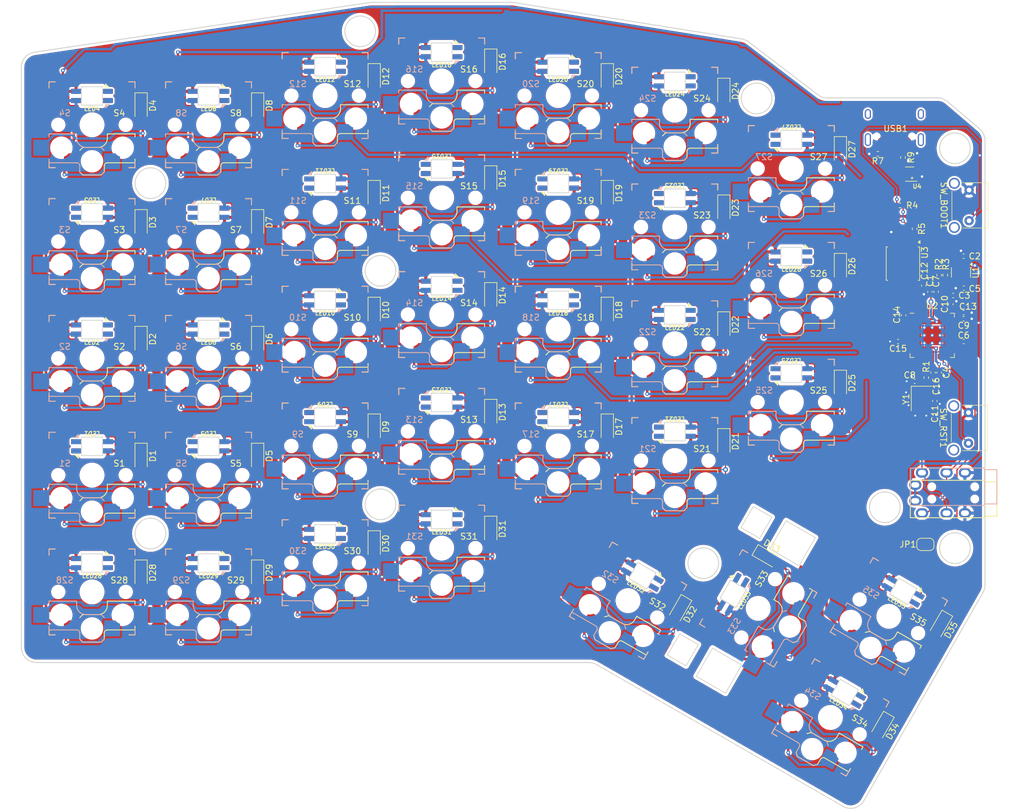
<source format=kicad_pcb>
(kicad_pcb (version 20240108) (generator "pcbnew") (generator_version "8.0")
  (title_block (title "slimdash") (rev "v1.0.0") (company "Unknown"))
  (layers (0 "F.Cu" signal) (31 "B.Cu" signal) (34 "B.Paste" user) (35 "F.Paste" user) (36 "B.SilkS" user "B.Silkscreen") (37 "F.SilkS" user "F.Silkscreen") (38 "B.Mask" user) (39 "F.Mask" user) (44 "Edge.Cuts" user))
  (net 0 "")
  (net 1 "COL0")
  (net 2 "COL1")
  (net 3 "COL2")
  (net 4 "COL3")
  (net 5 "COL4")
  (net 6 "COL5")
  (net 7 "COL6")
  (net 8 "ROW3")
  (net 9 "ROW2")
  (net 10 "ROW1")
  (net 11 "ROW0")
  (net 12 "ROW4")
  (net 13 "DIN")
  (net 14 "+5V")
  (net 15 "GND")
  (net 16 "+1V1")
  (net 17 "+3V3")
  (net 18 "XIN")
  (net 19 "Net-(C11-Pad1)")
  (net 20 "Net-(D1-A)")
  (net 21 "Net-(D2-A)")
  (net 22 "Net-(D3-A)")
  (net 23 "Net-(D4-A)")
  (net 24 "Net-(D5-A)")
  (net 25 "Net-(D6-A)")
  (net 26 "Net-(D7-A)")
  (net 27 "Net-(D8-A)")
  (net 28 "Net-(D9-A)")
  (net 29 "Net-(D10-A)")
  (net 30 "Net-(D11-A)")
  (net 31 "Net-(D12-A)")
  (net 32 "Net-(D13-A)")
  (net 33 "Net-(D14-A)")
  (net 34 "Net-(D15-A)")
  (net 35 "Net-(D16-A)")
  (net 36 "Net-(D17-A)")
  (net 37 "Net-(D18-A)")
  (net 38 "Net-(D19-A)")
  (net 39 "Net-(D20-A)")
  (net 40 "Net-(D21-A)")
  (net 41 "Net-(D22-A)")
  (net 42 "Net-(D23-A)")
  (net 43 "Net-(D24-A)")
  (net 44 "Net-(D25-A)")
  (net 45 "Net-(D26-A)")
  (net 46 "Net-(D27-A)")
  (net 47 "Net-(D28-A)")
  (net 48 "Net-(D29-A)")
  (net 49 "Net-(D30-A)")
  (net 50 "Net-(D31-A)")
  (net 51 "Net-(D32-A)")
  (net 52 "Net-(D33-A)")
  (net 53 "Net-(D34-A)")
  (net 54 "Net-(D35-A)")
  (net 55 "PIO_TX")
  (net 56 "PIO_RX")
  (net 57 "Net-(LED1-DIN)")
  (net 58 "Net-(LED1-DOUT)")
  (net 59 "Net-(LED2-DOUT)")
  (net 60 "Net-(LED2-DIN)")
  (net 61 "Net-(LED3-DOUT)")
  (net 62 "Net-(LED4-DIN)")
  (net 64 "Net-(LED5-DOUT)")
  (net 65 "Net-(LED10-DOUT)")
  (net 66 "Net-(LED11-DIN)")
  (net 67 "Net-(LED12-DOUT)")
  (net 68 "Net-(LED13-DIN)")
  (net 69 "Net-(LED10-DIN)")
  (net 70 "Net-(LED11-DOUT)")
  (net 71 "Net-(LED12-DIN)")
  (net 72 "Net-(LED13-DOUT)")
  (net 73 "Net-(LED14-DIN)")
  (net 74 "Net-(LED15-DOUT)")
  (net 75 "Net-(LED16-DIN)")
  (net 76 "Net-(LED17-DOUT)")
  (net 77 "Net-(LED18-DIN)")
  (net 78 "Net-(LED19-DOUT)")
  (net 79 "Net-(LED20-DIN)")
  (net 80 "Net-(LED21-DOUT)")
  (net 81 "Net-(LED22-DIN)")
  (net 82 "Net-(LED23-DOUT)")
  (net 83 "Net-(LED24-DIN)")
  (net 84 "Net-(LED25-DOUT)")
  (net 85 "Net-(LED28-DIN)")
  (net 86 "Net-(LED29-DIN)")
  (net 87 "Net-(LED30-DIN)")
  (net 88 "Net-(LED31-DIN)")
  (net 89 "Net-(LED32-DIN)")
  (net 90 "Net-(LED33-DIN)")
  (net 91 "Net-(LED34-DIN)")
  (net 92 "XOUT")
  (net 93 "USB_DP")
  (net 94 "Net-(U2-USB_DP)")
  (net 95 "Net-(U2-USB_DM)")
  (net 96 "USB_DM")
  (net 97 "Net-(R4-Pad2)")
  (net 98 "QSPI_SS")
  (net 99 "Net-(USB1-CC2)")
  (net 100 "Net-(USB1-CC1)")
  (net 101 "Net-(U2-RUN)")
  (net 110 "QSPI_SD2")
  (net 117 "QSPI_SD3")
  (net 119 "QSPI_SD1")
  (net 129 "QSPI_SD0")
  (net 133 "QSPI_SCLK")
  (net 145 "Net-(JP1-B)")
  (footprint "mzm_misc:SK6812-MINI-E_Reversible" (layer "F.Cu") (at 139.73 116.408431 -30)
    (property "Reference" "LED32")
    (property "Value" "SK6812MINI-E" (hide yes))
    (fp_line (start -1.7 1.5) (end -1.7 -1.5) (stroke (width 0.12)) (layer "Edge.Cuts"))
    (fp_line (start -1.7 -1.5) (end 1.7 -1.5) (stroke (width 0.12)) (layer "Edge.Cuts"))
    (fp_line (start 1.7 1.5) (end -1.7 1.5) (stroke (width 0.12)) (layer "Edge.Cuts"))
    (fp_line (start 1.7 -1.5) (end 1.7 1.5) (stroke (width 0.12)) (layer "Edge.Cuts"))
  )
  (footprint "Diode_SMD:D_SOD-123F" (layer "F.Cu") (at 145.808203 121.880674 -120)
    (property "Reference" "D32")
    (property "Value" "D")
  )
  (footprint "Package_TO_SOT_SMD:SOT-23-5" (layer "F.Cu") (at 191.65 66.9375 -90)
    (property "Reference" "U1")
    (property "Value" "TLV73333PDBV")
  )
  (footprint "daprice_keyswitches:Kailh_socket_PG1350_reversible" (layer "F.Cu") (at 50 61.9)
    (property "Reference" "S3")
    (property "Value" "SW_Push")
  )
  (footprint "mzm_misc:SK6812-MINI-E_Reversible" (layer "F.Cu") (at 50 76.25)
    (property "Reference" "LED2")
    (property "Value" "SK6812MINI-E" (hide yes))
    (fp_line (start -1.7 -1.5) (end 1.7 -1.5) (stroke (width 0.12)) (layer "Edge.Cuts"))
    (fp_line (start -1.7 1.5) (end -1.7 -1.5) (stroke (width 0.12)) (layer "Edge.Cuts"))
    (fp_line (start 1.7 -1.5) (end 1.7 1.5) (stroke (width 0.12)) (layer "Edge.Cuts"))
    (fp_line (start 1.7 1.5) (end -1.7 1.5) (stroke (width 0.12)) (layer "Edge.Cuts"))
  )
  (footprint "Diode_SMD:D_SOD-123F" (layer "F.Cu") (at 77 58.9 -90)
    (property "Reference" "D7")
    (property "Value" "D")
  )
  (footprint "daprice_keyswitches:Kailh_socket_PG1350_reversible" (layer "F.Cu") (at 107 111.90625)
    (property "Reference" "S31")
    (property "Value" "SW_Push")
  )
  (footprint "Diode_SMD:D_SOD-123F" (layer "F.Cu") (at 115 70.80625 -90)
    (property "Reference" "D14")
    (property "Value" "D")
  )
  (footprint "daprice_keyswitches:Kailh_socket_PG1350_reversible" (layer "F.Cu") (at 69 61.9)
    (property "Reference" "S7")
    (property "Value" "SW_Push")
  )
  (footprint "Resistor_SMD:R_0402_1005Metric" (layer "F.Cu") (at 184.1 59.825 -90)
    (property "Reference" "R5")
    (property "Value" "10k")
  )
  (footprint "daprice_keyswitches:Kailh_socket_PG1350_reversible" (layer "F.Cu") (at 107 92.85625)
    (property "Reference" "S13")
    (property "Value" "SW_Push")
  )
  (footprint "mzm_misc:SK6812-MINI-E_Reversible" (layer "F.Cu") (at 107 88.15625 180)
    (property "Reference" "LED13")
    (property "Value" "SK6812MINI-E" (hide yes))
    (fp_line (start 1.7 1.5) (end -1.7 1.5) (stroke (width 0.12)) (layer "Edge.Cuts"))
    (fp_line (start 1.7 -1.5) (end 1.7 1.5) (stroke (width 0.12)) (layer "Edge.Cuts"))
    (fp_line (start -1.7 1.5) (end -1.7 -1.5) (stroke (width 0.12)) (layer "Edge.Cuts"))
    (fp_line (start -1.7 -1.5) (end 1.7 -1.5) (stroke (width 0.12)) (layer "Edge.Cuts"))
  )
  (footprint "mzm_misc:SK6812-MINI-E_Reversible" (layer "F.Cu") (at 145 73.86875)
    (property "Reference" "LED22")
    (property "Value" "SK6812MINI-E" (hide yes))
    (fp_line (start -1.7 -1.5) (end 1.7 -1.5) (stroke (width 0.12)) (layer "Edge.Cuts"))
    (fp_line (start -1.7 1.5) (end -1.7 -1.5) (stroke (width 0.12)) (layer "Edge.Cuts"))
    (fp_line (start 1.7 -1.5) (end 1.7 1.5) (stroke (width 0.12)) (layer "Edge.Cuts"))
    (fp_line (start 1.7 1.5) (end -1.7 1.5) (stroke (width 0.12)) (layer "Edge.Cuts"))
  )
  (footprint "Capacitor_SMD:C_0402_1005Metric" (layer "F.Cu") (at 181.4 78.2 180)
    (property "Reference" "C15")
    (property "Value" "100n")
  )
  (footprint "mzm_misc:SK6812-MINI-E_Reversible" (layer "F.Cu") (at 164 64.34375)
    (property "Reference" "LED26")
    (property "Value" "SK6812MINI-E" (hide yes))
    (fp_line (start -1.7 -1.5) (end 1.7 -1.5) (stroke (width 0.12)) (layer "Edge.Cuts"))
    (fp_line (start -1.7 1.5) (end -1.7 -1.5) (stroke (width 0.12)) (layer "Edge.Cuts"))
    (fp_line (start 1.7 -1.5) (end 1.7 1.5) (stroke (width 0.12)) (layer "Edge.Cuts"))
    (fp_line (start 1.7 1.5) (end -1.7 1.5) (stroke (width 0.12)) (layer "Edge.Cuts"))
  )
  (footprint "Diode_SMD:D_SOD-123F" (layer "F.Cu") (at 172 46.99375 -90)
    (property "Reference" "D27")
    (property "Value" "D")
  )
  (footprint "Crystal:Crystal_SMD_3225-4Pin_3.2x2.5mm" (layer "F.Cu") (at 185.2 87.5 -90)
    (property "Reference" "Y1")
    (property "Value" "Crystal_GND24")
  )
  (footprint "Jumper:SolderJumper-2_P1.3mm_Open_RoundedPad1.0x1.5mm" (layer "F.Cu") (at 185.85 111.3 180)
    (property "Reference" "JP1")
    (property "Value" "SolderJumper_2_Open")
  )
  (footprint "mzm_misc:SK6812-MINI-E_Reversible" (layer "F.Cu") (at 107 31.00625)
    (property "Reference" "LED16")
    (property "Value" "SK6812MINI-E" (hide yes))
    (fp_line (start -1.7 -1.5) (end 1.7 -1.5) (stroke (width 0.12)) (layer "Edge.Cuts"))
    (fp_line (start -1.7 1.5) (end -1.7 -1.5) (stroke (width 0.12)) (layer "Edge.Cuts"))
    (fp_line (start 1.7 -1.5) (end 1.7 1.5) (stroke (width 0.12)) (layer "Edge.Cuts"))
    (fp_line (start 1.7 1.5) (end -1.7 1.5) (stroke (width 0.12)) (layer "Edge.Cuts"))
  )
  (footprint "mzm_misc:SK6812-MINI-E_Reversible" (layer "F.Cu") (at 69 95.3 180)
    (property "Reference" "LED5")
    (property "Value" "SK6812MINI-E" (hide yes))
    (fp_line (start 1.7 1.5) (end -1.7 1.5) (stroke (width 0.12)) (layer "Edge.Cuts"))
    (fp_line (start 1.7 -1.5) (end 1.7 1.5) (stroke (width 0.12)) (layer "Edge.Cuts"))
    (fp_line (start -1.7 1.5) (end -1.7 -1.5) (stroke (width 0.12)) (layer "Edge.Cuts"))
    (fp_line (start -1.7 -1.5) (end 1.7 -1.5) (stroke (width 0.12)) (layer "Edge.Cuts"))
  )
  (footprint "Diode_SMD:D_SOD-123F" (layer "F.Cu") (at 115 108.90625 -90)
    (property "Reference" "D31")
    (property "Value" "D")
  )
  (footprint "daprice_keyswitches:Kailh_socket_PG1350_reversible" (layer "F.Cu") (at 69 42.85)
    (property "Reference" "S8")
    (property "Value" "SW_Push")
  )
  (footprint "mzm_misc:SK6812-MINI-E_Reversible" (layer "F.Cu") (at 126 33.3875)
    (property "Reference" "LED20")
    (property "Value" "SK6812MINI-E" (hide yes))
    (fp_line (start -1.7 -1.5) (end 1.7 -1.5) (stroke (width 0.12)) (layer "Edge.Cuts"))
    (fp_line (start -1.7 1.5) (end -1.7 -1.5) (stroke (width 0.12)) (layer "Edge.Cuts"))
    (fp_line (start 1.7 -1.5) (end 1.7 1.5) (stroke (width 0.12)) (layer "Edge.Cuts"))
    (fp_line (start 1.7 1.5) (end -1.7 1.5) (stroke (width 0.12)) (layer "Edge.Cuts"))
  )
  (footprint "mzm_misc:SK6812-MINI-E_Reversible" (layer "F.Cu") (at 172.725568 135.458431 -30)
    (property "Reference" "LED34")
    (property "Value" "SK6812MINI-E" (hide yes))
    (fp_line (start -1.7 1.5) (end -1.7 -1.5) (stroke (width 0.12)) (layer "Edge.Cuts"))
    (fp_line (start -1.7 -1.5) (end 1.7 -1.5) (stroke (width 0.12)) (layer "Edge.Cuts"))
    (fp_line (start 1.7 1.5) (end -1.7 1.5) (stroke (width 0.12)) (layer "Edge.Cuts"))
    (fp_line (start 1.7 -1.5) (end 1.7 1.5) (stroke (width 0.12)) (layer "Edge.Cuts"))
  )
  (footprint "daprice_keyswitches:Kailh_socket_PG1350_reversible" (layer "F.Cu") (at 88 95.2375)
    (property "Reference" "S9")
    (property "Value" "SW_Push")
  )
  (footprint "mzm_misc:SW_Tactile_Yushakobo 3x6x4.3mm" (layer "F.Cu") (at 192.975 53.5 -90)
    (property "Reference" "SW_BOOT1")
    (property "Value" "SW_PUSH")
  )
  (footprint "mzm_misc:SK6812-MINI-E_Reversible" (layer "F.Cu") (at 107 107.20625)
    (property "Reference" "LED31")
    (property "Value" "SK6812MINI-E" (hide yes))
    (fp_line (start -1.7 -1.5) (end 1.7 -1.5) (stroke (width 0.12)) (layer "Edge.Cuts"))
    (fp_line (start -1.7 1.5) (end -1.7 -1.5) (stroke (width 0.12)) (layer "Edge.Cuts"))
    (fp_line (start 1.7 -1.5) (end 1.7 1.5) (stroke (width 0.12)) (layer "Edge.Cuts"))
    (fp_line (start 1.7 1.5) (end -1.7 1.5) (stroke (width 0.12)) (layer "Edge.Cuts"))
  )
  (footprint "mzm_misc:SK6812-MINI-E_Reversible" (layer "F.Cu") (at 88 52.4375 180)
    (property "Reference" "LED11")
    (property "Value" "SK6812MINI-E" (hide yes))
    (fp_line (start 1.7 1.5) (end -1.7 1.5) (stroke (width 0.12)) (layer "Edge.Cuts"))
    (fp_line (start 1.7 -1.5) (end 1.7 1.5) (stroke (width 0.12)) (layer "Edge.Cuts"))
    (fp_line (start -1.7 1.5) (end -1.7 -1.5) (stroke (width 0.12)) (layer "Edge.Cuts"))
    (fp_line (start -1.7 -1.5) (end 1.7 -1.5) (stroke (width 0.12)) (layer "Edge.Cuts"))
  )
  (footprint "Diode_SMD:D_SOD-123F" (layer "F.Cu") (at 77 97 -90)
    (property "Reference" "D5")
    (property "Value" "D")
  )
  (footprint "daprice_keyswitches:Kailh_socket_PG1350_reversible" (layer "F.Cu") (at 126 38.0875)
    (property "Reference" "S20")
    (property "Value" "SW_Push")
  )
  (footprint "Capacitor_SMD:C_0402_1005Metric" (layer "F.Cu") (at 185.6 69.08 -90)
    (property "Reference" "C12")
    (property "Value" "100n")
  )
  (footprint "daprice_keyswitches:Kailh_socket_PG1350_reversible" (layer "F.Cu") (at 164 88.09375)
    (property "Reference" "S25")
    (property "Value" "SW_Push")
  )
  (footprint "Diode_SMD:D_SOD-123F" (layer "F.Cu") (at 96 35.0875 -90)
    (property "Reference" "D12")
    (property "Value" "D")
  )
  (footprint "Diode_SMD:D_SOD-123F" (layer "F.Cu") (at 153 75.56875 -90)
    (property "Reference" "D22")
    (property "Value" "D")
  )
  (footprint "mzm_misc:SK6812-MINI-E_Reversible" (layer "F.Cu") (at 107 50.05625 180)
    (property "Reference" "LED15")
    (property "Value" "SK6812MINI-E" (hide yes))
    (fp_line (start 1.7 1.5) (end -1.7 1.5) (stroke (width 0.12)) (layer "Edge.Cuts"))
    (fp_line (start 1.7 -1.5) (end 1.7 1.5) (stroke (width 0.12)) (layer "Edge.Cuts"))
    (fp_line (start -1.7 1.5) (end -1.7 -1.5) (stroke (width 0.12)) (layer "Edge.Cuts"))
    (fp_line (start -1.7 -1.5) (end 1.7 -1.5) (stroke (width 0.12)) (layer "Edge.Cuts"))
  )
  (footprint "daprice_keyswitches:Kailh_socket_PG1350_reversible" (layer "F.Cu") (at 88 57.1375)
    (property "Reference" "S11")
    (property "Value" "SW_Push")
  )
  (footprint "daprice_keyswitches:Kailh_socket_PG1350_reversible" (layer "F.Cu") (at 107 35.70625)
    (property "Reference" "S16")
    (property "Value" "SW_Push")
  )
  (footprint "mzm_misc:SK6812-MINI-E_Reversible" (layer "F.Cu") (at 107 69.10625)
    (property "Reference" "LED14")
    (property "Value" "SK6812MINI-E" (hide yes))
    (fp_line (start -1.7 -1.5) (end 1.7 -1.5) (stroke (width 0.12)) (layer "Edge.Cuts"))
    (fp_line (start -1.7 1.5) (end -1.7 -1.5) (stroke (width 0.12)) (layer "Edge.Cuts"))
    (fp_line (start 1.7 -1.5) (end 1.7 1.5) (stroke (width 0.12)) (layer "Edge.Cuts"))
    (fp_line (start 1.7 1.5) (end -1.7 1.5) (stroke (width 0.12)) (layer "Edge.Cuts"))
  )
  (footprint "mzm_misc:SK6812-MINI-E_Reversible" (layer "F.Cu") (at 126 71.4875)
    (property "Reference" "LED18")
    (property "Value" "SK6812MINI-E" (hide yes))
    (fp_line (start -1.7 -1.5) (end 1.7 -1.5) (stroke (width 0.12)) (layer "Edge.Cuts"))
    (fp_line (start -1.7 1.5) (end -1.7 -1.5) (stroke (width 0.12)) (layer "Edge.Cuts"))
    (fp_line (start 1.7 -1.5) (end 1.7 1.5) (stroke (width 0.12)) (layer "Edge.Cuts"))
    (fp_line (start 1.7 1.5) (end -1.7 1.5) (stroke (width 0.12)) (layer "Edge.Cuts"))
  )
  (footprint "mzm_misc:SW_Tactile_Yushakobo 3x6x4.3mm" (layer "F.Cu") (at 192.875 89.8 -90)
    (property "Reference" "SW_RST1")
    (property "Value" "SW_PUSH")
  )
  (footprint "Diode_SMD:D_SOD-123F" (layer "F.Cu") (at 153 37.46875 -90)
    (property "Reference" "D24")
    (property "Value" "D")
  )
  (footprint "Capacitor_SMD:C_0402_1005Metric" (layer "F.Cu") (at 192.08 74.5)
    (property "Reference" "C9")
    (property "Value" "100n")
  )
  (footprint "mzm_misc:Kailh-PG1350-2u-stabilizer" (layer "F.Cu") (at 158.596983 121.729858 60)
    (property "Reference" "Kailh PG1350_2U Stabilizer")
    (property "Value" "Choc" (hide yes))
    (fp_line (start -14 -9) (end -10 -9) (stroke (width 0.12)) (layer "Edge.Cuts"))
    (fp_line (start -14 -9) (end -14 -5.5) (stroke (width 0.12)) (layer "Edge.Cuts"))
    (fp_line (start -14 -5.5) (end -10 -5.5) (stroke (width 0.12)) (layer "Edge.Cuts"))
    (fp_line (start -14.65 -3.2) (end -9.35 -3.2) (stroke (width 0.12)) (layer "Edge.Cuts"))
    (fp_line (start -14.65 -3.2) (end -14.65 2.3) (stroke (width 0.12)) (layer "Edge.Cuts"))
    (fp_line (start -10 -5.5) (end -10 -9) (stroke (width 0.12)) (layer "Edge.Cuts"))
    (fp_line (start -14.65 2.3) (end -9.350001 2.3) (stroke (width 0.12)) (layer "Edge.Cuts"))
    (fp_line (start 10 -9) (end 14 -9) (stroke (width 0.12)) (layer "Edge.Cuts"))
    (fp_line (start 10 -9) (end 10 -5.5) (stroke (width 0.12)) (layer "Edge.Cuts"))
    (fp_line (start -9.350001 2.3) (end -9.35 -3.2) (stroke (width 0.12)) (layer "Edge.Cuts"))
    (fp_line (start 10 -5.5) (end 14 -5.5) (stroke (width 0.12)) (layer "Edge.Cuts"))
    (fp_line (start 9.350001 -3.2) (end 14.65 -3.2) (stroke (width 0.12)) (layer "Edge.Cuts"))
    (fp_line (start 9.350001 -3.2) (end 9.35 2.299999) (stroke (width 0.12)) (layer "Edge.Cuts"))
    (fp_line (start 14 -5.5) (end 14 -9) (stroke (width 0.12)) (layer "Edge.Cuts"))
    (fp_line (start 9.35 2.299999) (end 14.65 2.3) (stroke (width 0.12)) (layer "Edge.Cuts"))
    (fp_line (start 14.65 2.3) (end 14.65 -3.2) (stroke (width 0.12)) (layer "Edge.Cuts"))
  )
  (footprint "daprice_keyswitches:Kailh_socket_PG1350_reversible" (layer "F.Cu") (at 50 80.95)
    (property "Reference" "S2")
    (property "Value" "SW_Push")
  )
  (footprint "daprice_keyswitches:Kailh_socket_PG1350_reversible" (layer "F.Cu") (at 145 97.61875)
    (property "Reference" "S21")
    (property "Value" "SW_Push")
  )
  (footprint "mzm_misc:SK6812-MINI-E_Reversible" (layer "F.Cu") (at 88 109.5875)
    (property "Reference" "LED30")
    (property "Value" "SK6812MINI-E" (hide yes))
    (fp_line (start -1.7 -1.5) (end 1.7 -1.5) (stroke (width 0.12)) (layer "Edge.Cuts"))
    (fp_line (start -1.7 1.5) (end -1.7 -1.5) (stroke (width 0.12)) (layer "Edge.Cuts"))
    (fp_line (start 1.7 -1.5) (end 1.7 1.5) (stroke (width 0.12)) (layer "Edge.Cuts"))
    (fp_line (start 1.7 1.5) (end -1.7 1.5) (stroke (width 0.12)) (layer "Edge.Cuts"))
  )
  (footprint "Capacitor_SMD:C_0402_1005Metric" (layer "F.Cu") (at 187.4 87.9 -90)
    (property "Reference" "C11")
    (property "Value" "30p")
  )
  (footprint "daprice_keyswitches:Kailh_socket_PG1350_reversible" (layer "F.Cu") (at 179.900568 123.030966 -30)
    (property "Reference" "S35")
    (property "Value" "SW_Push")
  )
  (footprint "Capacitor_SMD:C_0402_1005Metric" (layer "F.Cu") (at 186.6 70.1 90)
    (property "Reference" "C1")
    (property "Value" "100n")
  )
  (footprint "daprice_keyswitches:Kailh_socket_PG1350_reversible" (layer "F.Cu") (at 126 57.1375)
    (property "Reference" "S19")
    (property "Value" "SW_Push")
  )
  (footprint "Resistor_SMD:R_0402_1005Metric" (layer "F.Cu") (at 186 84.1 90)
    (property "Reference" "R1")
    (property "Value" "1k")
  )
  (footprint "Resistor_SMD:R_0402_1005Metric" (layer "F.Cu") (at 188.1 67.39 -90)
    (property "Reference" "R2")
    (property "Value" "27")
  )
  (footprint "Keebio-Parts:TRRS-PJ-320A" (layer "F.Cu") (at 195.5 103.9 -90)
    (property "Reference" "J1")
    (property "Value" "AudioJack4")
  )
  (footprint "Diode_SMD:D_SOD-123F" (layer "F.Cu") (at 58 116.05 -90)
    (property "Reference" "D28")
    (property "Value" "D")
  )
  (footprint "Diode_SMD:D_SOD-123F" (layer "F.Cu") (at 115 32.70625 -90)
    (property "Reference" "D16")
    (property "Value" "D")
  )
  (footprint "daprice_keyswitches:Kailh_socket_PG1350_reversible" (layer "F.Cu") (at 145 40.46875)
    (property "Reference" "S24")
    (property "Value" "SW_Push")
  )
  (footprint "Diode_SMD:D_SOD-123F" (layer "F.Cu") (at 115 51.75625 -90)
    (property "Reference" "D15")
    (property "Value" "D")
  )
  (footprint "daprice_keyswitches:Kailh_socket_PG1350_reversible" (layer "F.Cu") (at 107 73.80625)
    (property "Reference" "S14")
    (property "Value" "SW_Push")
  )
  (footprint "Diode_SMD:D_SOD-123F" (layer "F.Cu") (at 77 77.95 -90)
    (property "Reference" "D6")
    (property "Value" "D")
  )
  (footprint "daprice_keyswitches:Kailh_socket_PG1350_reversible" (layer "F.Cu") (at 69 119.05)
    (property "Reference" "S29")
    (property "Value" "SW_Push")
  )
  (footprint "daprice_keyswitches:Kailh_socket_PG1350_reversible" (layer "F.Cu") (at 158.596983 121.729858 60)
    (property "Reference" "S33")
    (property "Value" "SW_Push")
  )
  (footprint "Diode_SMD:D_SOD-123F" (layer "F.Cu") (at 96 73.1875 -90)
    (property "Reference" "D10")
    (property "Value" "D")
  )
  (footprint "daprice_keyswitches:Kailh_socket_PG1350_reversible" (layer "F.Cu") (at 170.375568 139.52875 -30)
    (property "Reference" "S34")
    (property "Value" "SW_Push")
  )
  (footprint "Diode_SMD:D_SOD-123F" (layer "F.Cu") (at 134 54.1375 -90)
    (property "Reference" "D19")
    (property "Value" "D")
  )
  (footprint "daprice_keyswitches:Kailh_socket_PG1350_reversible" (layer "F.Cu") (at 50 119.05)
    (property "Reference" "S28")
    (property "Value" "SW_Push")
  )
  (footprint "mzm_misc:SK6812-MINI-E_Reversible" (layer "F.Cu") (at 50 57.2 180)
    (property "Reference" "LED3")
    (property "Value" "SK6812MINI-E" (hide yes))
    (fp_line (start 1.7 1.5) (end -1.7 1.5) (stroke (width 0.12)) (layer "Edge.Cuts"))
    (fp_line (start 1.7 -1.5) (end 1.7 1.5) (stroke (width 0.12)) (layer "Edge.Cuts"))
    (fp_line (start -1.7 1.5) (end -1.7 -1.5) (stroke (width 0.12)) (layer "Edge.Cuts"))
    (fp_line (start -1.7 -1.5) (end 1.7 -1.5) (stroke (width 0.12)) (layer "Edge.Cuts"))
  )
  (footprint "daprice_keyswitches:Kailh_socket_PG1350_reversible" (layer "F.Cu") (at 88 76.1875)
    (property "Reference" "S10")
    (property "Value" "SW_Push")
  )
  (footprint "daprice_keyswitches:Kailh_socket_PG1350_reversible" (layer "F.Cu") (at 88 38.0875)
    (property "Reference" "S12")
    (property "Value" "SW_Push")
  )
  (footprint "mzm_misc:SK6812-MINI-E_Reversible" (layer "F.Cu") (at 50 38.15)
    (property "Reference" "LED4")
    (property "Value" "SK6812MINI-E" (hide yes))
    (fp_line (start -1.7 -1.5) (end 1.7 -1.5) (stroke (width 0.12)) (layer "Edge.Cuts"))
    (fp_line (start -1.7 1.5) (end -1.7 -1.5) (stroke (width 0.12)) (layer "Edge.Cuts"))
    (fp_line (start 1.7 -1.5) (end 1.7 1.5) (stroke (width 0.12)) (layer "Edge.Cuts"))
    (fp_line (start 1.7 1.5) (end -1.7 1.5) (stroke (width 0.12)) (layer "Edge.Cuts"))
  )
  (footprint "mzm_misc:SK6812-MINI-E_Reversible" (layer "F.Cu") (at 69 114.35)
    (property "Reference" "LED29")
    (property "Value" "SK6812MINI-E" (hide yes))
    (fp_line (start -1.7 -1.5) (end 1.7 -1.5) (stroke (width 0.12)) (layer "Edge.Cuts"))
    (fp_line (start -1.7 1.5) (end -1.7 -1.5) (stroke (width 0.12)) (layer "Edge.Cuts"))
    (fp_line (start 1.7 -1.5) (end 1.7 1.5) (stroke (width 0.12)) (layer "Edge.Cuts"))
    (fp_line (start 1.7 1.5) (end -1.7 1.5) (stroke (width 0.12)) (layer "Edge.Cuts"))
  )
  (footprint "Capacitor_SMD:C_0402_1005Metric" (layer "F.Cu") (at 190 72.12 90)
    (property "Reference" "C10")
    (property "Value" "1u")
  )
  (footprint "mzm_misc:SK6812-MINI-E_Reversible" (layer "F.Cu") (at 88 90.5375 180)
    (property "Reference" "LED9")
    (property "Value" "SK6812MINI-E" (hide yes))
    (fp_line (start 1.7 1.5) (end -1.7 1.5) (stroke (width 0.12)) (layer "Edge.Cuts"))
    (fp_line (start 1.7 -1.5) (end 1.7 1.5) (stroke (width 0.12)) (layer "Edge.Cuts"))
    (fp_line (start -1.7 1.5) (end -1.7 -1.5) (stroke (width 0.12)) (layer "Edge.Cuts"))
    (fp_line (start -1.7 -1.5) (end 1.7 -1.5) (stroke (width 0.12)) (layer "Edge.Cuts"))
  )
  (footprint "Capacitor_SMD:C_0402_1005Metric" (layer "F.Cu") (at 187.1 83.28 -90)
    (property "Reference" "C16")
    (property "Value" "100n")
  )
  (footprint "Capacitor_SMD:C_0402_1005Metric" (layer "F.Cu") (at 182.3 73.92 90)
    (property "Reference" "C14")
    (property "Value" "100n")
  )
  (footprint "Capacitor_SMD:C_0402_1005Metric" (layer "F.Cu") (at 192.08 64.3 180)
    (property "Reference" "C2")
    (property "Value" "1u")
  )
  (footprint "mzm_misc:SK6812-MINI-E_Reversible" (layer "F.Cu") (at 164 83.39375 180)
    (property "Reference" "LED25")
    (property "Value" "SK6812MINI-E" (hide yes))
    (fp_line (start 1.7 1.5) (end -1.7 1.5) (stroke (width 0.12)) (layer "Edge.Cuts"))
    (fp_line (start 1.7 -1.5) (end 1.7 1.5) (stroke (width 0.12)) (layer "Edge.Cuts"))
    (fp_line (start -1.7 1.5) (end -1.7 -1.5) (stroke (width 0.12)) (layer "Edge.Cuts"))
    (fp_line (start -1.7 -1.5) (end 1.7 -1.5) (stroke (width 0.12)) (layer "Edge.Cuts"))
  )
  (footprint "Diode_SMD:D_SOD-123F" (layer "F.Cu") (at 58 39.85 -90)
    (property "Reference" "D4")
    (property "Value" "D")
  )
  (footprint "Keebio-Parts:SOT-363_SC-70-6" (layer "F.Cu") (at 183.3 50.9 180)
    (property "Reference" "U4")
    (property "Value" "~")
  )
  (footprint "Diode_SMD:D_SOD-123F" (layer "F.Cu") (at 58 97 -90)
    (property "Reference" "D1")
    (property "Value" "D")
  )
  (footprint "daprice_keyswitches:Kailh_socket_PG1350_reversible" (layer "F.Cu") (at 50 42.85)
    (property "Reference" "S4")
    (property "Value" "SW_Push")
  )
  (footprint "Capacitor_SMD:C_0402_1005Metric" (layer "F.Cu") (at 192.08 73.5)
    (property "Reference" "C13")
    (property "Value" "100n")
  )
  (footprint "daprice_keyswitches:Kailh_socket_PG1350_reversible" (layer "F.Cu") (at 164 49.99375)
    (property "Reference" "S27")
    (property "Value" "SW_Push")
  )
  (footprint "mzm_misc:SK6812-MINI-E_Reversible" (layer "F.Cu") (at 164 45.29375 180)
    (property "Reference" "LED27")
    (property "Value" "SK6812MINI-E" (hide yes))
    (fp_line (start 1.7 1.5) (end -1.7 1.5) (stroke (width 0.12)) (layer "Edge.Cuts"))
    (fp_line (start 1.7 -1.5) (end 1.7 1.5) (stroke (width 0.12)) (layer "Edge.Cuts"))
    (fp_line (start -1.7 1.5) (end -1.7 -1.5) (stroke (width 0.12)) (layer "Edge.Cuts"))
    (fp_line (start -1.7 -1.5) (end 1.7 -1.5) (stroke (width 0.12)) (layer "Edge.Cuts"))
  )
  (footprint "daprice_keyswitches:Kailh_socket_PG1350_reversible" (layer "F.Cu") (at 137.38 120.47875 -30)
    (property "Reference" "S32")
    (property "Value" "SW_Push")
  )
  (footprint "Diode_SMD:D_SOD-123F" (layer "F.Cu") (at 77 39.85 -90)
    (property "Reference" "D8")
    (property "Value" "D")
  )
  (footprint "ai03-2725_Type-C:HRO-TYPE-C-31-M-12-Assembly" (layer "F.Cu") (at 180.8 38.5 180)
    (property "Reference" "USB1")
    (property "Value" "HRO-TYPE-C-31-M-12")
  )
  (footprint "Diode_SMD:D_SOD-123F" (layer "F.Cu") (at 58 58.9 -90)
    (property "Reference" "D3")
    (property "Value" "D")
  )
  (footprint "Resistor_SMD:R_0402_1005Metric" (layer "F.Cu") (at 181.7 56 180)
    (property "Reference" "R4")
    (property "Value" "1k")
  )
  (footprint "Diode_SMD:D_SOD-123F" (layer "F.Cu") (at 172 66.04375 -90)
    (property "Reference" "D26")
    (property "Value" "D")
  )
  (footprint "mzm_misc:SK6812-MINI-E_Reversible" (layer "F.Cu") (at 126 90.5375 180)
    (property "Reference" "LED17")
    (property "Value" "SK6812MINI-E" (hide yes))
    (fp_line (start 1.7 1.5) (end -1.7 1.5) (stroke (width 0.12)) (layer "Edge.Cuts"))
    (fp_line (start 1.7 -1.5) (end 1.7 1.5) (stroke (width 0.12)) (layer "Edge.Cuts"))
    (fp_line (start -1.7 1.5) (end -1.7 -1.5) (stroke (width 0.12)) (layer "Edge.Cuts"))
    (fp_line (start -1.7 -1.5) (end 1.7 -1.5) (stroke (width 0.12)) (layer "Edge.Cuts"))
  )
  (footprint "Capacitor_SMD:C_0402_1005Metric" (layer "F.Cu") (at 190.38 70.7)
    (property "Reference" "C3")
    (property "Value" "1u")
  )
  (footprint "daprice_keyswitches:Kailh_socket_PG1350_reversible" (layer "F.Cu") (at 126 76.1875)
    (property "Reference" "S18")
    (property "Value" "SW_Push")
  )
  (footprint "Resistor_SMD:R_0402_1005Metric" (layer "F.Cu") (at 182.2 48.19 -90)
    (property "Reference" "R9")
    (property "Value" "5.1k")
  )
  (footprint "Capacitor_SMD:C_0402_1005Metric" (layer "F.Cu") (at 184.1 84.7)
    (property "Reference" "C8")
    (property "Value" "30p")
  )
  (footprint "Capacitor_SMD:C_0402_1005Metric" (layer "F.Cu") (at 187.6 70.1 90)
    (property "Reference" "C7")
    (property "Value" "100n")
  )
  (footprint "daprice_keyswitches:Kailh_socket_PG1350_reversible" (layer "F.Cu") (at 126 95.2375)
    (property "Reference" "S17")
    (property "Value" "SW_Push")
  )
  (footprint "Package_SO:SOIC-8_5.23x5.23mm_P1.27mm" (layer "F.Cu") (at 182.195 65.5 -90)
    (property "Reference" "U3")
    (property "Value" "W25Q128JVS")
  )
  (footprint "mzm_misc:SK6812-MINI-E_Reversible" (layer "F.Cu") (at 154.526663 119.379858 60)
    (property "Reference" "LED33")
    (property "Value" "SK6812MINI-E" (hide yes))
    (fp_line (start -1.7 -1.5) (end 1.7 -1.5) (stroke (width 0.12)) (layer "Edge.Cuts"))
    (fp_line (start 1.7 -1.5) (end 1.7 1.5) (stroke (width 0.12)) (layer "Edge.Cuts"))
    (fp_line (start -1.7 1.5) (end -1.7 -1.5) (stroke (width 0.12)) (layer "Edge.Cuts"))
    (fp_line (start 1.7 1.5) (end -1.7 1.5) (stroke (width 0.12)) (layer "Edge.Cuts"))
  )
  (footprint "daprice_keyswitches:Kailh_socket_PG1350_reversible" (layer "F.Cu") (at 88 114.2875)
    (property "Reference" "S30")
    (property "Value" "SW_Push")
  )
  (footprint "mzm_misc:SK6812-MINI-E_Reversible" (layer "F.Cu") (at 50 95.3 180)
    (property "Reference" "LED1")
    (property "Value" "SK6812MINI-E" (hide yes))
    (fp_line (start 1.7 1.5) (end -1.7 1.5) (stroke (width 0.12)) (layer "Edge.Cuts"))
    (fp_line (start 1.7 -1.5) (end 1.7 1.5) (stroke (width 0.12)) (layer "Edge.Cuts"))
    (fp_line (start -1.7 1.5) (end -1.7 -1.5) (stroke (width 0.12)) (layer "Edge.Cuts"))
    (fp_line (start -1.7 -1.5) (end 1.7 -1.5) (stroke (width 0.12)) (layer "Edge.Cuts"))
  )
  (footprint "mzm_misc:SK6812-MINI-E_Reversible" (layer "F.Cu") (at 145 54.81875 180)
    (property "Reference" "LED23")
    (property "Value" "SK6812MINI-E" (hide yes))
    (fp_line (start 1.7 1.5) (end -1.7 1.5) (stroke (width 0.12)) (layer "Edge.Cuts"))
    (fp_line (start 1.7 -1.5) (end 1.7 1.5) (stroke (width 0.12)) (layer "Edge.Cuts"))
    (fp_line (start -1.7 1.5) (end -1.7 -1.5) (stroke (width 0.12)) (layer "Edge.Cuts"))
    (fp_line (start -1.7 -1.5) (end 1.7 -1.5) (stroke (width 0.12)) (layer "Edge.Cuts"))
  )
  (footprint "Diode_SMD:D_SOD-123F" (layer "F.Cu") (at 134 92.2375 -90)
    (property "Reference" "D17")
    (property "Value" "D")
  )
  (footprint "mzm_misc:SK6812-MINI-E_Reversible" (layer "F.Cu") (at 69 57.2 180)
    (property "Reference" "LED7")
    (property "Value" "SK6812MINI-E" (hide yes))
    (fp_line (start 1.7 1.5) (end -1.7 1.5) (stroke (width 0.12)) (layer "Edge.Cuts"))
    (fp_line (start 1.7 -1.5) (end 1.7 1.5) (stroke (width 0.12)) (layer "Edge.Cuts"))
    (fp_line (start -1.7 1.5) (end -1.7 -1.5) (stroke (width 0.12)) (layer "Edge.Cuts"))
    (fp_line (start -1.7 -1.5) (end 1.7 -1.5) (stroke (width 0.12)) (layer "Edge.Cuts"))
  )
  (footprint "daprice_keyswitches:Kailh_socket_PG1350_reversible" (layer "F.Cu") (at 164 69.04375)
    (property "Reference" "S26")
    (property "Value" "SW_Push")
  )
  (footprint "Diode_SMD:D_SOD-123F" (layer "F.Cu") (at 172 85.09375 -90)
    (property "Reference" "D25")
    (property "Value" "D")
  )
  (footprint "mzm_misc:SK6812-MINI-E_Reversible" (layer "F.Cu") (at 88 71.4875)
    (property "Reference" "LED10")
    (property "Value" "SK6812MINI-E" (hide yes))
    (fp_line (start -1.7 -1.5) (end 1.7 -1.5) (stroke (width 0.12)) (layer "Edge.Cuts"))
    (fp_line (start -1.7 1.5) (end -1.7 -1.5) (stroke (width 0.12)) (layer "Edge.Cuts"))
    (fp_line (start 1.7 -1.5) (end 1.7 1.5) (stroke (width 0.12)) (layer "Edge.Cuts"))
    (fp_line (start 1.7 1.5) (end -1.7 1.5) (stroke (width 0.12)) (layer "Edge.Cuts"))
  )
  (footprint "mzm_misc:SK6812-MINI-E_Reversible" (layer "F.Cu") (at 145 92.91875 180)
    (property "Reference" "LED21")
    (property "Value" "SK6812MINI-E" (hide yes))
    (fp_line (start 1.7 1.5) (end -1.7 1.5) (stroke (width 0.12)) (layer "Edge.Cuts"))
    (fp_line (start 1.7 -1.5) (end 1.7 1.5) (stroke (width 0.12)) (layer "Edge.Cuts"))
    (fp_line (start -1.7 1.5) (end -1.7 -1.5) (stroke (width 0.12)) (layer "Edge.Cuts"))
    (fp_line (start -1.7 -1.5) (end 1.7 -1.5) (stroke (width 0.12)) (layer "Edge.Cuts"))
  )
  (footprint "mzm_misc:SK6812-MINI-E_Reversible" (layer "F.Cu") (at 145 35.76875)
    (property "Reference" "LED24")
    (property "Value" "SK6812MINI-E" (hide yes))
    (fp_line (start -1.7 -1.5) (end 1.7 -1.5) (stroke (width 0.12)) (layer "Edge.Cuts"))
    (fp_line (start -1.7 1.5) (end -1.7 -1.5) (stroke (width 0.12)) (layer "Edge.Cuts"))
    (fp_line (start 1.7 -1.5) (end 1.7 1.5) (stroke (width 0.12)) (layer "Edge.Cuts"))
    (fp_line (start 1.7 1.5) (end -1.7 1.5) (stroke (width 0.12)) (layer "Edge.Cuts"))
  )
  (footprint "RP2040:RP2040-QFN-56" (layer "F.Cu") (at 186.9625 77.2)
    (property "Reference" "U2")
    (property "Value" "RP2040")
  )
  (footprint "Diode_SMD:D_SOD-123F" (layer "F.Cu") (at 96 111.2875 -90)
    (property "Reference" "D30")
    (property "Value" "D")
  )
  (footprint "Capacitor_SMD:C_0402_1005Metric" (layer "F.Cu") (at 188.1 83.28 -90)
    (property "Reference" "C4")
    (property "Value" "100n")
  )
  (footprint "Diode_SMD:D_SOD-123F" (layer "F.Cu") (at 77 116.05 -90)
    (property "Reference" "D29")
    (property "Value" "D")
  )
  (footprint "mzm_misc:SK6812-MINI-E_Reversible" (layer "F.Cu") (at 88 33.3875)
    (property "Reference" "LED12")
    (property "Value" "SK6812MINI-E" (hide yes))
    (fp_line (start -1.7 -1.5) (end 1.7 -1.5) (stroke (width 0.12)) (layer "Edge.Cuts"))
    (fp_line (start -1.7 1.5) (end -1.7 -1.5) (stroke (width 0.12)) (layer "Edge.Cuts"))
    (fp_line (start 1.7 -1.5) (end 1.7 1.5) (stroke (width 0.12)) (layer "Edge.Cuts"))
    (fp_line (start 1.7 1.5) (end -1.7 1.5) (stroke (width 0.12)) (layer "Edge.Cuts"))
  )
  (footprint "Diode_SMD:D_SOD-123F" (layer "F.Cu") (at 58 77.95 -90)
    (property "Reference" "D2")
    (property "Value" "D")
  )
  (footprint "mzm_misc:SK6812-MINI-E_Reversible" (layer "F.Cu") (at 69 38.15)
    (property "Reference" "LED8")
    (property "Value" "SK6812MINI-E" (hide yes))
    (fp_line (start -1.7 -1.5) (end 1.7 -1.5) (stroke (width 0.12)) (layer "Edge.Cuts"))
    (fp_line (start -1.7 1.5) (end -1.7 -1.5) (stroke (width 0.12)) (layer "Edge.Cuts"))
    (fp_line (start 1.7 -1.5) (end 1.7 1.5) (stroke (width 0.12)) (layer "Edge.Cuts"))
    (fp_line (start 1.7 1.5) (end -1.7 1.5) (stroke (width 0.12)) (layer "Edge.Cuts"))
  )
  (footprint "Diode_SMD:D_SOD-123F" (layer "F.Cu") (at 134 35.0875 -90)
    (property "Reference" "D20")
    (property "Value" "D")
  )
  (footprint "Diode_SMD:D_SOD-123F" (layer "F.Cu") (at 153 56.51875 -90)
    (property "Reference" "D23")
    (property "Value" "D")
  )
  (footprint "mzm_misc:SK6812-MINI-E_Reversible" (layer "F.Cu") (at 50 114.35)
    (property "Reference" "LED28")
    (property "Value" "SK6812MINI-E" (hide yes))
    (fp_line (start -1.7 -1.5) (end 1.7 -1.5) (stroke (width 0.12)) (layer "Edge.Cuts"))
    (fp_line (start -1.7 1.5) (end -1.7 -1.5) (stroke (width 0.12)) (layer "Edge.Cuts"))
    (fp_line (start 1.7 -1.5) (end 1.7 1.5) (stroke (width 0.12)) (layer "Edge.Cuts"))
    (fp_line (start 1.7 1.5) (end -1.7 1.5) (stroke (width 0.12)) (layer "Edge.Cuts"))
  )
  (footprint "Capacitor_SMD:C_0402_1005Metric" (layer "F.Cu") (at 192.12 69.5 180)
    (property "Reference" "C5")
    (property "Value" "1u")
  )
  (footprint "daprice_keyswitches:Kailh_socket_PG1350_reversible" (layer "F.Cu") (at 145 78.56875)
    (property "Reference" "S22")
    (property "Value" "SW_Push")
  )
  (footprint "mzm_misc:SK6812-MINI-E_Reversible" (layer "F.Cu") (at 69 76.25)
    (property "Reference" "LED6")
    (property "Value" "SK6812MINI-E" (hide yes))
    (fp_line (start -1.7 -1.5) (end 1.7 -1.5) (stroke (width 0.12)) (layer "Edge.Cuts"))
    (fp_line (start -1.7 1.5) (end -1.7 -1.5) (stroke (width 0.12)) (layer "Edge.Cuts"))
    (fp_line (start 1.7 -1.5) (end 1.7 1.5) (stroke (width 0.12)) (layer "Edge.Cuts"))
    (fp_line (start 1.7 1.5) (end -1.7 1.5) (stroke (width 0.12)) (layer "Edge.Cuts"))
  )
  (footprint "mzm_misc:SK6812-MINI-E_Reversible" (layer "F.Cu") (at 182.250568 118.960647 -30)
    (property "Reference" "LED35")
    (property "Value" "SK6812MINI-E" (hide yes))
    (fp_line (start -1.7 1.5) (end -1.7 -1.5) (stroke (width 0.12)) (layer "Edge.Cuts"))
    (fp_line (start -1.7 -1.5) (end 1.7 -1.5) (stroke (width 0.12)) (layer "Edge.Cuts"))
    (fp_line (start 1.7 1.5) (end -1.7 1.5) (stroke (width 0.12)) (layer "Edge.Cuts"))
    (fp_line (start 1.7 -1.5) (end 1.7 1.5) (stroke (width 0.12)) (layer "Edge.Cuts"))
  )
  (footprint "Diode_SMD:D_SOD-123F" (layer "F.Cu") (at 153 94.61875 -90)
    (property "Reference" "D21")
    (property "Value" "D")
  )
  (footprint "Diode_SMD:D_SOD-123F" (layer "F.Cu") (at 159.998906 113.301655 -30)
    (property "Reference" "D33")
    (property "Value" "D")
  )
  (footprint "daprice_keyswitches:Kailh_socket_PG1350_reversible" (layer "F.Cu") (at 107 54.75625)
    (property "Reference" "S15")
    (property "Value" "SW_Push")
  )
  (footprint "Resistor_SMD:R_0402_1005Metric" (layer "F.Cu") (at 189.1 67.38 -90)
    (property "Reference" "R3")
    (property "Value" "27")
  )
  (footprint "Capacitor_SMD:C_0402_1005Metric" (layer "F.Cu") (at 192.1 78.2)
    (property "Reference" "C6")
    (property "Value" "100n")
  )
  (footprint "Resistor_SMD:R_0402_1005Metric" (layer "F.Cu") (at 178.1 47.6 180)
    (property "Reference" "R7")
    (property "Value" "5.1k")
  )
  (footprint "Diode_SMD:D_SOD-123F" (layer "F.Cu") (at 178.803771 140.930674 -120)
    (property "Reference" "D34")
    (property "Value" "D")
  )
  (footprint "mzm_misc:SK6812-MINI-E_Reversible" (layer "F.Cu") (at 126 52.4375 180)
    (property "Reference" "LED19")
    (property "Value" "SK6812MINI-E" (hide yes))
    (fp_line (start 1.7 1.5) (end -1.7 1.5) (stroke (width 0.12)) (layer "Edge.Cuts"))
    (fp_line (start 1.7 -1.5) (end 1.7 1.5) (stroke (width 0.12)) (layer "Edge.Cuts"))
    (fp_line (start -1.7 1.5) (end -1.7 -1.5) (stroke (width 0.12)) (layer "Edge.Cuts"))
    (fp_line (start -1.7 -1.5) (end 1.7 -1.5) (stroke (width 0.12)) (layer "Edge.Cuts"))
  )
  (footprint "Diode_SMD:D_SOD-123F" (layer "F.Cu") (at 134 73.1875 -90)
    (property "Reference" "D18")
    (property "Value" "D")
  )
  (footprint "Diode_SMD:D_SOD-123F" (layer "F.Cu") (at 115 89.85625 -90)
    (property "Reference" "D13")
    (property "Value" "D")
  )
  (footprint "daprice_keyswitches:Kailh_socket_PG1350_reversible" (layer "F.Cu") (at 69 80.95)
    (property "Reference" "S6")
    (property "Value" "SW_Push")
  )
  (footprint "daprice_keyswitches:Kailh_socket_PG1350_reversible" (layer "F.Cu") (at 69 100)
    (property "Reference" "S5")
    (property "Value" "SW_Push")
  )
  (footprint "Diode_SMD:D_SOD-123F" (layer "F.Cu") (at 188.328771 124.43289 -120)
    (property "Reference" "D35")
    (property "Value" "D")
  )
  (footprint "daprice_keyswitches:Kailh_socket_PG1350_reversible" (layer "F.Cu") (at 50 100)
    (property "Reference" "S1")
    (property "Value" "SW_Push")
  )
  (footprint "Diode_SMD:D_SOD-123F" (layer "F.Cu") (at 96 54.1375 -90)
    (property "Reference" "D11")
    (property "Value" "D")
  )
  (footprint "Diode_SMD:D_SOD-123F" (layer "F.Cu") (at 96 92.2375 -90)
    (property "Reference" "D9")
    (property "Value" "D")
  )
  (footprint "daprice_keyswitches:Kailh_socket_PG1350_reversible" (layer "F.Cu") (at 145 59.51875)
    (property "Reference" "S23")
    (property "Value" "SW_Push")
  )
  (footprint "Keebio-Parts:TRRS-PJ-320A" (layer "B.Cu") (at 195.5 101.9 90)
    (property "Reference" "J2")
    (property "Value" "AudioJack4")
  )
  (gr_circle (center 93.715 27.61) (end 96.215 27.61) (stroke (width 0.15)) (fill none) (layer "Edge.Cuts"))
  (gr_line (start 169.845297 38.46875) (end 187.84346 38.46875) (stroke (width 0.15)) (layer "Edge.Cuts"))
  (gr_circle (center 149.650812 114.36508) (end 152.150812 114.36508) (stroke (width 0.15)) (fill none) (layer "Edge.Cuts"))
  (gr_arc (start 40.975 130.575) (mid 39.207233 129.842767) (end 38.475 128.075) (stroke (width 0.15)) (layer "Edge.Cuts"))
  (gr_circle (center 190.67 111.90625) (end 193.17 111.90625) (stroke (width 0.15)) (fill none) (layer "Edge.Cuts"))
  (gr_arc (start 38.475 33.481942) (mid 39.082138 31.848825) (end 40.608658 31.008929) (stroke (width 0.15)) (layer "Edge.Cuts"))
  (gr_arc (start 155.902637 28.844458) (mid 156.494171 29.015633) (end 157.025916 29.326213) (stroke (width 0.15)) (layer "Edge.Cuts"))
  (gr_circle (center 97.025 66.6625) (end 99.525 66.6625) (stroke (width 0.15)) (fill none) (layer "Edge.Cuts"))
  (gr_circle (center 179.24 105.23875) (end 181.74 105.23875) (stroke (width 0.15)) (fill none) (layer "Edge.Cuts"))
  (gr_arc (start 195.575 117.909552) (mid 195.49118 118.551481) (end 195.245342 119.150365) (stroke (width 0.15)) (layer "Edge.Cuts"))
  (gr_arc (start 187.84346 38.46875) (mid 188.708126 38.623041) (end 189.466064 39.066868) (stroke (width 0.15)) (layer "Edge.Cuts"))
  (gr_line (start 189.466064 39.066868) (end 194.697604 43.530194) (stroke (width 0.15)) (layer "Edge.Cuts"))
  (gr_arc (start 175.838618 153.095213) (mid 174.321869 154.267451) (end 172.420842 154.020942) (stroke (width 0.15)) (layer "Edge.Cuts"))
  (gr_line (start 118.720696 22.912471) (end 155.902637 28.844459) (stroke (width 0.15)) (layer "Edge.Cuts"))
  (gr_circle (center 59.525 52.375) (end 62.025 52.375) (stroke (width 0.15)) (fill none) (layer "Edge.Cuts"))
  (gr_circle (center 190.67 46.67875) (end 193.17 46.67875) (stroke (width 0.15)) (fill none) (layer "Edge.Cuts"))
  (gr_circle (center 158.335 38.56375) (end 160.835 38.56375) (stroke (width 0.15)) (fill none) (layer "Edge.Cuts"))
  (gr_arc (start 95.292823 22.908237) (mid 95.475498 22.888006) (end 95.659165 22.88125) (stroke (width 0.15)) (layer "Edge.Cuts"))
  (gr_line (start 95.659165 22.88125) (end 118.326829 22.88125) (stroke (width 0.15)) (layer "Edge.Cuts"))
  (gr_line (start 172.420842 154.020942) (end 132.279149 130.908458) (stroke (width 0.15)) (layer "Edge.Cuts"))
  (gr_line (start 195.575 45.432076) (end 195.575 117.909552) (stroke (width 0.15)) (layer "Edge.Cuts"))
  (gr_line (start 38.475 128.075) (end 38.475 33.481942) (stroke (width 0.15)) (layer "Edge.Cuts"))
  (gr_arc (start 118.326828 22.88125) (mid 118.52438 22.889067) (end 118.720696 22.912471) (stroke (width 0.15)) (layer "Edge.Cuts"))
  (gr_arc (start 194.697604 43.530194) (mid 195.345078 44.38482) (end 195.575 45.432076) (stroke (width 0.15)) (layer "Edge.Cuts"))
  (gr_line (start 131.031713 130.575) (end 40.975 130.575) (stroke (width 0.15)) (layer "Edge.Cuts"))
  (gr_arc (start 169.845297 38.46875) (mid 169.044535 38.337036) (end 168.32815 37.955774) (stroke (width 0.15)) (layer "Edge.Cuts"))
  (gr_circle (center 59.525 109.525) (end 62.025 109.525) (stroke (width 0.15)) (fill none) (layer "Edge.Cuts"))
  (gr_circle (center 97.025 104.7625) (end 99.525 104.7625) (stroke (width 0.15)) (fill none) (layer "Edge.Cuts"))
  (gr_arc (start 131.031714 130.575) (mid 131.677332 130.659803) (end 132.279149 130.908458) (stroke (width 0.15)) (layer "Edge.Cuts"))
  (gr_line (start 157.025916 29.326213) (end 168.32815 37.955774) (stroke (width 0.15)) (layer "Edge.Cuts"))
  (gr_line (start 40.608658 31.008929) (end 95.292823 22.908237) (stroke (width 0.15)) (layer "Edge.Cuts"))
  (gr_line (start 195.245342 119.150365) (end 175.838619 153.095213) (stroke (width 0.15)) (layer "Edge.Cuts"))
  (segment (start 46.725 106.025) (end 45.75 107) (width 0.4) (layer "F.Cu") (net 1))
  (segment (start 46.725 106.025) (end 45.5 107.25) (width 0.4) (layer "F.Cu") (net 1))
  (segment (start 44.45 105.95) (end 42.5 107.9) (width 0.4) (layer "F.Cu") (net 1))
  (segment (start 44.329146 67.85) (end 46.725 67.85) (width 0.4) (layer "F.Cu") (net 1))
  (segment (start 46.725 48.8) (end 46.675 48.75) (width 0.4) (layer "F.Cu") (net 1))
  (segment (start 45.5 50.75) (end 45.5 51) (width 0.4) (layer "F.Cu") (net 1))
  (segment (start 42.5 123.170854) (end 44.329146 125) (width 0.4) (layer "F.Cu") (net 1))
  (segment (start 46.6 86.9) (end 45.5 88) (width 0.4) (layer "F.Cu") (net 1))
  (segment (start 45.775 49.75) (end 45.75 49.75) (width 0.4) (layer "F.Cu") (net 1))
  (segment (start 44.329146 125) (end 46.725 125) (width 0.4) (layer "F.Cu") (net 1))
  (segment (start 46.725 86.9) (end 46.6 86.9) (width 0.4) (layer "F.Cu") (net 1))
  (segment (start 44.55 67.85) (end 42.5 69.9) (width 0.4) (layer "F.Cu") (net 1))
  (segment (start 46.725 48.8) (end 45.775 49.75) (width 0.4) (layer "F.Cu") (net 1))
  (segment (start 44.5 86.9) (end 42.5 88.9) (width 0.4) (layer "F.Cu") (net 1))
  (segment (start 46.675 48.75) (end 44 48.75) (width 0.4) (layer "F.Cu") (net 1))
  (segment (start 47.03 48.495) (end 47.03 42.28) (width 0.4) (layer "F.Cu") (net 1))
  (segment (start 46.65 67.85) (end 45.5 69) (width 0.4) (layer "F.Cu") (net 1))
  (segment (start 46.725 105.95) (end 46.725 106.025) (width 0.4) (layer "F.Cu") (net 1))
  (segment (start 45.25 40.5) (end 45.25 34) (width 0.4) (layer "F.Cu") (net 1))
  (segment (start 46.725 67.85) (end 44.55 67.85) (width 0.4) (layer "F.Cu") (net 1))
  (segment (start 46.725 67.85) (end 46.65 67.85) (width 0.4) (layer "F.Cu") (net 1))
  (segment (start 42.5 85.070854) (end 44.329146 86.9) (width 0.4) (layer "F.Cu") (net 1))
  (segment (start 46.725 125) (end 45.75 125.975) (width 0.4) (layer "F.Cu") (net 1))
  (segment (start 42.5 69.9) (end 42.5 85.070854) (width 0.4) (layer "F.Cu") (net 1))
  (segment (start 46.725 86.9) (end 44.5 86.9) (width 0.4) (layer "F.Cu") (net 1))
  (segment (start 45.75 49.75) (end 45.5 50) (width 0.4) (layer "F.Cu") (net 1))
  (segment (start 45.5 50) (end 45.5 50.75) (width 0.4) (layer "F.Cu") (net 1))
  (segment (start 46.725 48.8) (end 47.03 48.495) (width 0.4) (layer "F.Cu") (net 1))
  (segment (start 46.725 105.95) (end 44.45 105.95) (width 0.4) (layer "F.Cu") (net 1))
  (segment (start 42.5 107.9) (end 42.5 123.170854) (width 0.4) (layer "F.Cu") (net 1))
  (segment (start 45.75 125.975) (end 45.75 127.25) (width 0.4) (layer "F.Cu") (net 1))
  (segment (start 45.5 88) (end 45.5 89) (width 0.4) (layer "F.Cu") (net 1))
  (segment (start 44.329146 105.95) (end 46.725 105.95) (width 0.4) (layer "F.Cu") (net 1))
  (segment (start 47.03 42.28) (end 45.25 40.5) (width 0.4) (layer "F.Cu") (net 1))
  (segment (start 42.5 50.25) (end 42.5 66.020854) (width 0.4) (layer "F.Cu") (net 1))
  (segment (start 44 48.75) (end 42.5 50.25) (width 0.4) (layer "F.Cu") (net 1))
  (segment (start 42.5 104.120854) (end 44.329146 105.95) (width 0.4) (layer "F.Cu") (net 1))
  (segment (start 45.5 107.25) (end 45.5 108) (width 0.4) (layer "F.Cu") (net 1))
  (segment (start 42.5 66.020854) (end 44.329146 67.85) (width 0.4) (layer "F.Cu") (net 1))
  (segment (start 44.329146 86.9) (end 46.725 86.9) (width 0.4) (layer "F.Cu") (net 1))
  (segment (start 45.5 69) (end 45.5 70) (width 0.4) (layer "F.Cu") (net 1))
  (segment (start 42.5 88.9) (end 42.5 104.120854) (width 0.4) (layer "F.Cu") (net 1))
  (via (at 45.25 34) (size 0.6) (drill 0.3) (layers "F.Cu" "B.Cu") (net 1))
  (via (at 45.5 108) (size 0.6) (drill 0.3) (layers "F.Cu" "B.Cu") (net 1))
  (via (at 45.5 51) (size 0.6) (drill 0.3) (layers "F.Cu" "B.Cu") (net 1))
  (via (at 45.75 127.25) (size 0.6) (drill 0.3) (layers "F.Cu" "B.Cu") (net 1))
  (via (at 45.5 89) (size 0.6) (drill 0.3) (layers "F.Cu" "B.Cu") (net 1))
  (via (at 45.5 70) (size 0.6) (drill 0.3) (layers "F.Cu" "B.Cu") (net 1))
  (segment (start 51.175 89) (end 53.275 86.9) (width 0.4) (layer "B.Cu") (net 1))
  (segment (start 52.987624 30.512376) (end 53.726683 29.773317) (width 0.4) (layer "B.Cu") (net 1))
  (segment (start 51.225 108) (end 53.275 105.95) (width 0.4) (layer "B.Cu") (net 1))
  (segment (start 168.614454 39.16875) (end 171.75 39.16875) (width 0.4) (layer "B.Cu") (net 1))
  (segment (start 119.744471 23.784655) (end 150.957815 28.764417) (width 0.4) (layer "B.Cu") (net 1))
  (segment (start 51.075 51) (end 53.275 48.8) (width 0.4) (layer "B.Cu") (net 1))
  (segment (start 45.5 108) (end 51.225 108) (width 0.4) (layer "B.Cu") (net 1))
  (segment (start 53.726683 29.773317) (end 95.097959 23.644743) (width 0.4) (layer "B.Cu") (net 1))
  (segment (start 118.203405 23.784655) (end 119.744471 23.784655) (width 0.4) (layer "B.Cu") (net 1))
  (segment (start 51.125 70) (end 53.275 67.85) (width 0.4) (layer "B.Cu") (net 1))
  (segment (start 155.910922 29.910922) (end 156.638235 29.910922) (width 0.4) (layer "B.Cu") (net 1))
  (segment (start 156.638235 29.910922) (end 168.133803 38.688099) (width 0.4) (layer "B.Cu") (net 1))
  (segment (start 95.097959 23.644743) (end 99.186507 23.644743) (width 0.4) (layer "B.Cu") (net 1))
  (segment (start 45.5 51) (end 51.075 51) (width 0.4) (layer "B.Cu") (net 1))
  (segment (start 45.75 127.25) (end 51.025 127.25) (width 0.4) (layer "B.Cu") (net 1))
  (segment (start 45.5 89) (end 51.175 89) (width 0.4) (layer "B.Cu") (net 1))
  (segment (start 150.957815 28.764417) (end 155.487002 29.487002) (width 0.4) (layer "B.Cu") (net 1))
  (segment (start 45.25 34) (end 48.737624 30.512376) (width 0.4) (layer "B.Cu") (net 1))
  (segment (start 118 23.58125) (end 118.203405 23.784655) (width 0.4) (layer "B.Cu") (net 1))
  (segment (start 45.5 70) (end 51.125 70) (width 0.4) (layer "B.Cu") (net 1))
  (segment (start 99.25 23.58125) (end 118 23.58125) (width 0.4) (layer "B.Cu") (net 1))
  (segment (start 48.737624 30.512376) (end 52.987624 30.512376) (width 0.4) (layer "B.Cu") (net 1))
  (segment (start 155.487002 29.487002) (end 155.910922 29.910922) (width 0.4) (layer "B.Cu") (net 1))
  (segment (start 51.025 127.25) (end 53.275 125) (width 0.4) (layer "B.Cu") (net 1))
  (segment (start 168.133803 38.688099) (end 168.614454 39.16875) (width 0.4) (layer "B.Cu") (net 1))
  (segment (start 99.186507 23.644743) (end 99.25 23.58125) (width 0.4) (layer "B.Cu") (net 1))
  (segment (start 65.725 48.8) (end 63.8 48.8) (width 0.4) (layer "F.Cu") (net 2))
  (segment (start 62.734497 106.665503) (end 62.734497 110.865503) (width 0.4) (layer "F.Cu") (net 2))
  (segment (start 63.45 105.95) (end 62.734497 106.665503) (width 0.4) (layer "F.Cu") (net 2))
  (segment (start 65.65 67.85) (end 64.5 69) (width 0.4) (layer "F.Cu") (net 2))
  (segment (start 65.725 125) (end 65.725 125.025) (width 0.4) (layer "F.Cu") (net 2))
  (segment (start 62.726837 52.168004) (end 62.726837 54.273163) (width 0.4) (layer "F.Cu") (net 2))
  (segment (start 65.6 86.9) (end 64.5 88) (width 0.4) (layer "F.Cu") (net 2))
  (segment (start 63.8 48.8) (end 62.714951 49.885049) (width 0.4) (layer "F.Cu") (net 2))
  (segment (start 65.725 125.025) (end 64.75 126) (width 0.4) (layer "F.Cu") (net 2))
  (segment (start 61.7 55.3) (end 61.7 66.220854) (width 0.4) (layer "F.Cu") (net 2))
  (segment (start 65.7 48.8) (end 64.5 50) (width 0.4) (layer "F.Cu") (net 2))
  (segment (start 61.7 123.4) (end 63.3 125) (width 0.4) (layer "F.Cu") (net 2))
  (segment (start 65.725 67.85) (end 65.65 67.85) (width 0.4) (layer "F.Cu") (net 2))
  (segment (start 65.725 86.9) (end 65.6 86.9) (width 0.4) (layer "F.Cu") (net 2))
  (segment (start 63.329146 105.95) (end 65.725 105.95) (width 0.4) (layer "F.Cu") (net 2))
  (segment (start 64.5 69) (end 64.5 70) (width 0.4) (layer "F.Cu") (net 2))
  (segment (start 62.734497 110.865503) (end 61.7 111.9) (width 0.4) (layer "F.Cu") (net 2))
  (segment (start 64 40) (end 64 31) (width 0.4) (layer "F.Cu") (net 2))
  (segment (start 61.7 88.7) (end 61.7 104.320854) (width 0.4) (layer "F.Cu") (net 2))
  (segment (start 64.5 88) (end 64.5 89) (width 0.4) (layer "F.Cu") (net 2))
  (segment (start 63.3 125) (end 65.725 125) (width 0.4) (layer "F.Cu") (net 2))
  (segment (start 61.7 66.220854) (end 63.329146 67.85) (width 0.4) (layer "F.Cu") (net 2))
  (segment (start 66.03 42.03) (end 64 40) (width 0.4) (layer "F.Cu") (net 2))
  (segment (start 63.5 86.9) (end 61.7 88.7) (width 0.4) (layer "F.Cu") (net 2))
  (segment (start 62.714951 52.073916) (end 62.726837 52.168004) (width 0.4) (layer "F.Cu") (net 2))
  (segment (start 65.725 105.95) (end 63.45 105.95) (width 0.4) (layer "F.Cu") (net 2))
  (segment (start 65.725 106.025) (end 64.5 107.25) (width 0.4) (layer "F.Cu") (net 2))
  (segment (start 61.7 85.270854) (end 63.329146 86.9) (width 0.4) (layer "F.Cu") (net 2))
  (segment (start 64.5 50) (end 64.5 51) (width 0.4) (layer "F.Cu") (net 2))
  (segment (start 62.714951 49.885049) (end 62.714951 52.073916) (width 0.4) (layer "F.Cu") (net 2))
  (segment (start 65.725 105.95) (end 65.725 106.025) (width 0.4) (layer "F.Cu") (net 2))
  (segment (start 61.7 69.5) (end 61.7 85.270854) (width 0.4) (layer "F.Cu") (net 2))
  (segment (start 66.03 48.495) (end 66.03 42.03) (width 0.4) (layer "F.Cu") (net 2))
  (segment (start 61.7 111.9) (end 61.7 123.4) (width 0.4) (layer "F.Cu") (net 2))
  (segment (start 62.726837 54.273163) (end 61.7 55.3) (width 0.4) (layer "F.Cu") (net 2))
  (segment (start 63.329146 86.9) (end 65.725 86.9) (width 0.4) (layer "F.Cu") (net 2))
  (segment (start 63.329146 67.85) (end 65.725 67.85) (width 0.4) (layer "F.Cu") (net 2))
  (segment (start 65.725 125.025) (end 64.5 126.25) (width 0.4) (layer "F.Cu") (net 2))
  (segment (start 61.7 104.320854) (end 63.329146 105.95) (width 0.4) (layer "F.Cu") (net 2))
  (segment (start 65.725 86.9) (end 63.5 86.9) (width 0.4) (layer "F.Cu") (net 2))
  (segment (start 64.5 107.25) (end 64.5 108.25) (width 0.4) (layer "F.Cu") (net 2))
  (segment (start 65.725 48.8) (end 65.7 48.8) (width 0.4) (layer "F.Cu") (net 2))
  (segment (start 65.725 48.8) (end 66.03 48.495) (width 0.4) (layer "F.Cu") (net 2))
  (segment (start 63.35 67.85) (end 61.7 69.5) (width 0.4) (layer "F.Cu") (net 2))
  (segment (start 64.5 126.25) (end 64.5 127.25) (width 0.4) (layer "F.Cu") (net 2))
  (segment (start 65.725 67.85) (end 63.35 67.85) (width 0.4) (layer "F.Cu") (net 2))
  (via (at 64 31) (size 0.6) (drill 0.3) (layers "F.Cu" "B.Cu") (net 2))
  (via (at 64.5 127.25) (size 0.6) (drill 0.3) (layers "F.Cu" "B.Cu") (net 2))
  (via (at 64.5 108.25) (size 0.6) (drill 0.3) (layers "F.Cu" "B.Cu") (net 2))
  (via (at 64.5 70) (size 0.6) (drill 0.3) (layers "F.Cu" "B.Cu") (net 2))
  (via (at 64.5 89) (size 0.6) (drill 0.3) (layers "F.Cu" "B.Cu") (net 2))
  (via (at 64.5 51) (size 0.6) (drill 0.3) (layers "F.Cu" "B.Cu") (net 2))
  (segment (start 97.25 28.610783) (end 97.25 24.25) (width 0.4) (layer "B.Cu") (net 2))
  (segment (start 97.255257 24.244743) (end 116.686507 24.244743) (width 0.4) (layer "B.Cu") (net 2))
  (segment (start 97.25 24.25) (end 97.255257 24.244743) (width 0.4) (layer "B.Cu") (net 2))
  (segment (start 64 31) (end 94.860783 31) (width 0.4) (layer "B.Cu") (net 2))
  (segment (start 70.125 70) (end 72.275 67.85) (width 0.4) (layer "B.Cu") (net 2))
  (segment (start 69.975 108.25) (end 72.275 105.95) (width 0.4) (layer "B.Cu") (net 2))
  (segment (start 64.5 108.25) (end 69.975 108.25) (width 0.4) (layer "B.Cu") (net 2))
  (segment (start 70.025 127.25) (end 72.275 125) (width 0.4) (layer "B.Cu") (net 2))
  (segment (start 69.925 89.25) (end 72.275 86.9) (width 0.4) (layer "B.Cu") (net 2))
  (segment (start 70.075 51) (end 72.275 48.8) (width 0.4) (layer "B.Cu") (net 2))
  (segment (start 64.75 89.25) (end 69.925 89.25) (width 0.4) (layer "B.Cu") (net 2))
  (segment (start 94.860783 31) (end 97.25 28.610783) (width 0.4) (layer "B.Cu") (net 2))
  (segment (start 64.5 89) (end 64.75 89.25) (width 0.4) (layer "B.Cu") (net 2))
  (segment (start 64.5 70) (end 70.125 70) (width 0.4) (layer "B.Cu") (net 2))
  (segment (start 64.5 127.25) (end 70.025 127.25) (width 0.4) (layer "B.Cu") (net 2))
  (segment (start 64.5 51) (end 70.075 51) (width 0.4) (layer "B.Cu") (net 2))
  (segment (start 83.5 64.25) (end 83.5 65.25) (width 0.4) (layer "F.Cu") (net 3))
  (segment (start 84.6625 63.0875) (end 83.5 64.25) (width 0.4) (layer "F.Cu") (net 3))
  (segment (start 84.725 101.1875) (end 82.5625 101.1875) (width 0.4) (layer "F.Cu") (net 3))
  (segment (start 83.5 83.5) (end 83.5 84.5) (width 0.4) (layer "F.Cu") (net 3))
  (segment (start 84.725 44.0375) (end 84.7125 44.0375) (width 0.4) (layer "F.Cu") (net 3))
  (segment (start 83.5 121.5) (end 83.5 122.75) (width 0.4) (layer "F.Cu") (net 3))
  (segment (start 82.1375 82.1375) (end 84.725 82.1375) (width 0.4) (layer "F.Cu") (net 3))
  (segment (start 84.725 44.0375) (end 82.7125 44.0375) (width 0.4) (layer "F.Cu") (net 3))
  (segment (start 82.329146 120.2375) (end 84.725 120.2375) (width 0.4) (layer "F.Cu") (net 3))
  (segment (start 80.75 99.608354) (end 82.329146 101.1875) (width 0.4) (layer "F.Cu") (net 3))
  (segment (start 84.725 63.0875) (end 84.6625 63.0875) (width 0.4) (layer "F.Cu") (net 3))
  (segment (start 84.725 101.1875) (end 84.725 101.275) (width 0.4) (layer "F.Cu") (net 3))
  (segment (start 84.725 101.275) (end 83.5 102.5) (width 0.4) (layer "F.Cu") (net 3))
  (segment (start 84.725 82.1375) (end 84.725 82.275) (width 0.4) (layer "F.Cu") (net 3))
  (segment (start 84.7125 44.0375) (end 83.5 45.25) (width 0.4) (layer "F.Cu") (net 3))
  (segment (start 82.7125 44.0375) (end 80.75 46) (width 0.4) (layer "F.Cu") (net 3))
  (segment (start 82.5625 101.1875) (end 80.97 102.78) (width 0.4) (layer "F.Cu") (net 3))
  (segment (start 82.329146 63.0875) (end 84.725 63.0875) (width 0.4) (layer "F.Cu") (net 3))
  (segment (start 80.75 64.75) (end 80.75 80.75) (width 0.4) (layer "F.Cu") (net 3))
  (segment (start 82.329146 101.1875) (end 84.725 101.1875) (width 0.4) (layer "F.Cu") (net 3))
  (segment (start 80.75 83.75) (end 80.75 99.608354) (width 0.4) (layer "F.Cu") (net 3))
  (segment (start 84.725 82.275) (end 83.5 83.5) (width 0.4) (layer "F.Cu") (net 3))
  (segment (start 84.725 82.1375) (end 82.3625 82.1375) (width 0.4) (layer "F.Cu") (net 3))
  (segment (start 84.725 120.275) (end 83.5 121.5) (width 0.4) (layer "F.Cu") (net 3))
  (segment (start 80.75 80.75) (end 82.1375 82.1375) (width 0.4) (layer "F.Cu") (net 3))
  (segment (start 82.3625 82.1375) (end 80.75 83.75) (width 0.4) (layer "F.Cu") (net 3))
  (segment (start 83.5 102.5) (end 83.5 103.5) (width 0.4) (layer "F.Cu") (net 3))
  (segment (start 80.75 46) (end 80.75 61.508354) (width 0.4) (layer "F.Cu") (net 3))
  (segment (start 83.5 45.25) (end 83.5 46.25) (width 0.4) (layer "F.Cu") (net 3))
  (segment (start 84.725 120.2375) (end 84.725 120.275) (width 0.4) (layer "F.Cu") (net 3))
  (segment (start 80.97 118.878354) (end 82.329146 120.2375) (width 0.4) (layer "F.Cu") (net 3))
  (segment (start 80.75 61.508354) (end 82.329146 63.0875) (width 0.4) (layer "F.Cu") (net 3))
  (segment (start 82.4125 63.0875) (end 80.75 64.75) (width 0.4) (layer "F.Cu") (net 3))
  (segment (start 80.97 102.78) (end 80.97 118.878354) (width 0.4) (layer "F.Cu") (net 3))
  (segment (start 84.725 63.0875) (end 82.4125 63.0875) (width 0.4) (layer "F.Cu") (net 3))
  (via (at 83.5 122.75) (size 0.6) (drill 0.3) (layers "F.Cu" "B.Cu") (net 3))
  (via (at 83.5 65.25) (size 0.6) (drill 0.3) (layers "F.Cu" "B.Cu") (net 3))
  (via (at 83.5 46.25) (size 0.6) (drill 0.3) (layers "F.Cu" "B.Cu") (net 3))
  (via (at 83.5 103.5) (size 0.6) (drill 0.3) (layers "F.Cu" "B.Cu") (net 3))
  (via (at 83.5 84.5) (size 0.6) (drill 0.3) (layers "F.Cu" "B.Cu") (net 3))
  (segment (start 139.35625 50.25) (end 156 50.25) (width 0.4) (layer "B.Cu") (net 3))
  (segment (start 171.74925 47.74925) (end 175.25 51.25) (width 0.4) (layer "B.Cu") (net 3))
  (segment (start 136.85625 47.75) (end 139.35625 50.25) (width 0.4) (layer "B.Cu") (net 3))
  (segment (start 89.0625 46.25) (end 91.275 44.0375) (width 0.4) (layer "B.Cu") (net 3))
  (segment (start 83.5 84.5) (end 88.9125 84.5) (width 0.4) (layer "B.Cu") (net 3))
  (segment (start 83.5 122.75) (end 88.7625 122.75) (width 0.4) (layer "B.Cu") (net 3))
  (segment (start 88.9125 84.5) (end 91.275 82.1375) (width 0.4) (layer "B.Cu") (net 3))
  (segment (start 94.9875 47.75) (end 136.85625 47.75) (width 0.4) (layer "B.Cu") (net 3))
  (segment (start 83.5 46.25) (end 89.0625 46.25) (width 0.4) (layer "B.Cu") (net 3))
  (segment (start 89.1125 65.25) (end 91.275 63.0875) (width 0.4) (layer "B.Cu") (net 3))
  (segment (start 83.5 103.5) (end 88.9625 103.5) (width 0.4) (layer "B.Cu") (net 3))
  (segment (start 88.9625 103.5) (end 91.275 101.1875) (width 0.4) (layer "B.Cu") (net 3))
  (segment (start 91.275 44.0375) (end 94.9875 47.75) (width 0.4) (layer "B.Cu") (net 3))
  (segment (start 88.7625 122.75) (end 91.275 120.2375) (width 0.4) (layer "B.Cu") (net 3))
  (segment (start 156 50.25) (end 158.50075 47.74925) (width 0.4) (layer "B.Cu") (net 3))
  (segment (start 83.5 65.25) (end 89.1125 65.25) (width 0.4) (layer "B.Cu") (net 3))
  (segment (start 158.50075 47.74925) (end 171.74925 47.74925) (width 0.4) (layer "B.Cu") (net 3))
  (segment (start 102.5 119) (end 102.5 120.25) (width 0.4) (layer "F.Cu") (net 4))
  (segment (start 102.5 43) (end 102.5 44) (width 0.4) (layer "F.Cu") (net 4))
  (segment (start 99.75 59.127104) (end 99.75 43.5) (width 0.4) (layer "F.Cu") (net 4))
  (segment (start 100.25 67.643872) (end 100.25 62) (width 0.4) (layer "F.Cu") (net 4))
  (segment (start 103.725 41.775) (end 102.5 43) (width 0.4) (layer "F.Cu") (net 4))
  (segment (start 99.97 67.923872) (end 100.25 67.643872) (width 0.4) (layer "F.Cu") (net 4))
  (segment (start 99.97 78.397104) (end 99.97 67.923872) (width 0.4) (layer "F.Cu") (net 4))
  (segment (start 101.329146 79.75625) (end 99.97 78.397104) (width 0.4) (layer "F.Cu") (net 4))
  (segment (start 103.725 60.70625) (end 103.725 60.775) (width 0.4) (layer "F.Cu") (net 4))
  (segment (start 103.725 41.65625) (end 103.725 41.775) (width 0.4) (layer "F.Cu") (net 4))
  (segment (start 103.725 117.85625) (end 103.64375 117.85625) (width 0.4) (layer "F.Cu") (net 4))
  (segment (start 103.725 79.75625) (end 101.329146 79.75625) (width 0.4) (layer "F.Cu") (net 4))
  (segment (start 103.725 79.775) (end 102.5 81) (width 0.4) (layer "F.Cu") (net 4))
  (segment (start 101.329146 60.70625) (end 99.75 59.127104) (width 0.4) (layer "F.Cu") (net 4))
  (segment (start 103.725 98.80625) (end 101.329146 98.80625) (width 0.4) (layer "F.Cu") (net 4))
  (segment (start 103.725 79.75625) (end 103.725 79.775) (width 0.4) (layer "F.Cu") (net 4))
  (segment (start 103.725 60.775) (end 102.5 62) (width 0.4) (layer "F.Cu") (net 4))
  (segment (start 101.329146 117.85625) (end 99.75 116.277104) (width 0.4) (layer "F.Cu") (net 4))
  (segment (start 103.69375 98.80625) (end 102.5 100) (width 0.4) (layer "F.Cu") (net 4))
  (segment (start 102.5 62) (end 102.5 63) (width 0.4) (layer "F.Cu") (net 4))
  (segment (start 100.25 105.953401) (end 100.25 100.25) (width 0.4) (layer "F.Cu") (net 4))
  (segment (start 99.97 81.28) (end 101.49375 79.75625) (width 0.4) (layer "F.Cu") (net 4))
  (segment (start 99.75 116.277104) (end 99.75 106.453401) (width 0.4) (layer "F.Cu") (net 4))
  (segment (start 100.25 100.25) (end 101.69375 98.80625) (width 0.4) (layer "F.Cu") (net 4))
  (segment (start 101.54375 60.70625) (end 103.725 60.70625) (width 0.4) (layer "F.Cu") (net 4))
  (segment (start 101.59375 41.65625) (end 103.725 41.65625) (width 0.4) (layer "F.Cu") (net 4))
  (segment (start 102.5 81) (end 102.5 82.25) (width 0.4) (layer "F.Cu") (net 4))
  (segment (start 99.75 106.453401) (end 100.25 105.953401) (width 0.4) (layer "F.Cu") (net 4))
  (segment (start 101.69375 98.80625) (end 103.725 98.80625) (width 0.4) (layer "F.Cu") (net 4))
  (segment (start 102.5 100) (end 102.5 101) (width 0.4) (layer "F.Cu") (net 4))
  (segment (start 99.97 97.447104) (end 99.97 81.28) (width 0.4) (layer "F.Cu") (net 4))
  (segment (start 103.725 60.70625) (end 101.329146 60.70625) (width 0.4) (layer "F.Cu") (net 4))
  (segment (start 101.49375 79.75625) (end 103.725 79.75625) (width 0.4) (layer "F.Cu") (net 4))
  (segment (start 103.725 117.85625) (end 101.329146 117.85625) (width 0.4) (layer "F.Cu") (net 4))
  (segment (start 100.25 62) (end 101.54375 60.70625) (width 0.4) (layer "F.Cu") (net 4))
  (segment (start 99.75 43.5) (end 101.59375 41.65625) (width 0.4) (layer "F.Cu") (net 4))
  (segment (start 101.329146 98.80625) (end 99.97 97.447104) (width 0.4) (layer "F.Cu") (net 4))
  (segment (start 103.64375 117.85625) (end 102.5 119) (width 0.4) (layer "F.Cu") (net 4))
  (segment (start 103.725 98.80625) (end 103.69375 98.80625) (width 0.4) (layer "F.Cu") (net 4))
  (via (at 102.5 120.25) (size 0.6) (drill 0.3) (layers "F.Cu" "B.Cu") (net 4))
  (via (at 102.5 82.25) (size 0.6) (drill 0.3) (layers "F.Cu" "B.Cu") (net 4))
  (via (at 102.5 63) (size 0.6) (drill 0.3) (layers "F.Cu" "B.Cu") (net 4))
  (via (at 102.5 101) (size 0.6) (drill 0.3) (layers "F.Cu" "B.Cu") (net 4))
  (via (at 102.5 44) (size 0.6) (drill 0.3) (layers "F.Cu" "B.Cu") (net 4))
  (segment (start 172.75 60.25) (end 173.25 60.75) (width 0.4) (layer "B.Cu") (net 4))
  (segment (start 107.78125 82.25) (end 110.275 79.75625) (width 0.4) (layer "B.Cu") (net 4))
  (segment (start 102.5 63) (end 107.98125 63) (width 0.4) (layer "B.Cu") (net 4))
  (segment (start 162.73375 60.25) (end 164.25 60.25) (width 0.4) (layer "B.Cu") (net 4))
  (segment (start 102.5 44) (end 107.93125 44) (width 0.4) (layer "B.Cu") (net 4))
  (segment (start 108.08125 101) (end 110.275 98.80625) (width 0.4) (layer "B.Cu") (net 4))
  (segment (start 107.98125 63) (end 110.275 60.70625) (width 0.4) (layer "B.Cu") (net 4))
  (segment (start 102.5 120.25) (end 107.88125 120.25) (width 0.4) (layer "B.Cu") (net 4))
  (segment (start 107.88125 120.25) (end 110.275 117.85625) (width 0.4) (layer "B.Cu") (net 4))
  (segment (start 102.5 82.25) (end 107.78125 82.25) (width 0.4) (layer "B.Cu") (net 4))
  (segment (start 102.5 101) (end 108.08125 101) (width 0.4) (layer "B.Cu") (net 4))
  (segment (start 164.25 60.25) (end 172.75 60.25) (width 0.4) (layer "B.Cu") (net 4))
  (segment (start 110.275 60.70625) (end 118.01875 68.45) (width 0.4) (layer "B.Cu") (net 4))
  (segment (start 154.53375 68.45) (end 162.73375 60.25) (width 0.4) (layer "B.Cu") (net 4))
  (segment (start 118.01875 68.45) (end 154.53375 68.45) (width 0.4) (layer "B.Cu") (net 4))
  (segment (start 107.93125 44) (end 110.275 41.65625) (width 0.4) (layer "B.Cu") (net 4))
  (segment (start 131.568767 123.994101) (end 130.25 125.312868) (width 0.4) (layer "F.Cu") (net 5))
  (segment (start 122.725 116.651445) (end 122.725 104) (width 0.4) (layer "F.Cu") (net 5))
  (segment (start 122.6625 63.0875) (end 121.5 64.25) (width 0.4) (layer "F.Cu") (net 5))
  (segment (start 120.4125 63.0875) (end 122.725 63.0875) (width 0.4) (layer "F.Cu") (net 5))
  (segment (start 119 64.5) (end 120.4125 63.0875) (width 0.4) (layer "F.Cu") (net 5))
  (segment (start 122.7125 44.0375) (end 121.5 45.25) (width 0.4) (layer "F.Cu") (net 5))
  (segment (start 120.1125 82.1375) (end 122.725 82.1375) (width 0.4) (layer "F.Cu") (net 5))
  (segment (start 118.97 61.728354) (end 118.97 45.28) (width 0.4) (layer "F.Cu") (net 5))
  (segment (start 122.6125 82.1375) (end 121.5 83.25) (width 0.4) (layer "F.Cu") (net 5))
  (segment (start 130.067656 123.994101) (end 122.725 116.651445) (width 0.4) (layer "F.Cu") (net 5))
  (segment (start 118.97 79.53) (end 119 79.5) (width 0.4) (layer "F.Cu") (net 5))
  (segment (start 120.329146 82.1375) (end 118.97 80.778354) (width 0.4) (layer "F.Cu") (net 5))
  (segment (start 122.725 44.0375) (end 122.7125 44.0375) (width 0.4) (layer "F.Cu") (net 5))
  (segment (start 121.5 83.25) (end 121.5 84.5) (width 0.4) (layer "F.Cu") (net 5))
  (segment (start 130.25 125.312868) (end 130.25 126.25) (width 0.4) (layer "F.Cu") (net 5))
  (segment (start 122.725 82.1375) (end 122.6125 82.1375) (width 0.4) (layer "F.Cu") (net 5))
  (segment (start 120.329146 101.1875) (end 118.75 99.608354) (width 0.4) (layer "F.Cu") (net 5))
  (segment (start 118.97 45.28) (end 120.2125 44.0375) (width 0.4) (layer "F.Cu") (net 5))
  (segment (start 122.725 104) (end 122.725 101.1875) (width 0.4) (layer "F.Cu") (net 5))
  (segment (start 122.725 63.0875) (end 122.6625 63.0875) (width 0.4) (layer "F.Cu") (net 5))
  (segment (start 120.329146 63.0875) (end 118.97 61.728354) (width 0.4) (layer "F.Cu") (net 5))
  (segment (start 131.568767 123.994101) (end 130.067656 123.994101) (width 0.4) (layer "F.Cu") (net 5))
  (segment (start 122.725 63.0875) (end 120.329146 63.0875) (width 0.4) (layer "F.Cu") (net 5))
  (segment (start 122.725 101.1875) (end 120.329146 101.1875) (width 0.4) (layer "F.Cu") (net 5))
  (segment (start 121.5 64.25) (end 121.5 65.5) (width 0.4) (layer "F.Cu") (net 5))
  (segment (start 120.2125 44.0375) (end 122.725 44.0375) (width 0.4) (layer "F.Cu") (net 5))
  (segment (start 118.75 99.608354) (end 118.75 83.5) (width 0.4) (layer "F.Cu") (net 5))
  (segment (start 118.75 83.5) (end 120.1125 82.1375) (width 0.4) (layer "F.Cu") (net 5))
  (segment (start 122.725 82.1375) (end 120.329146 82.1375) (width 0.4) (layer "F.Cu") (net 5))
  (segment (start 121.5 45.25) (end 121.5 46.25) (width 0.4) (layer "F.Cu") (net 5))
  (segment (start 119 79.5) (end 119 64.5) (width 0.4) (layer "F.Cu") (net 5))
  (segment (start 118.97 80.778354) (end 118.97 79.53) (width 0.4) (layer "F.Cu") (net 5))
  (via (at 121.5 65.5) (size 0.6) (drill 0.3) (layers "F.Cu" "B.Cu") (net 5))
  (via (at 130.25 126.25) (size 0.6) (drill 0.3) (layers "F.Cu" "B.Cu") (net 5))
  (via (at 121.5 46.25) (size 0.6) (drill 0.3) (layers "F.Cu" "B.Cu") (net 5))
  (via (at 121.5 84.5) (size 0.6) (drill 0.3) (layers "F.Cu" "B.Cu") (net 5))
  (via (at 122.725 104) (size 0.6) (drill 0.3) (layers "F.Cu" "B.Cu") (net 5))
  (segment (start 121.5 84.5) (end 126.9125 84.5) (width 0.4) (layer "B.Cu") (net 5))
  (segment (start 122.725 104) (end 126.4625 104) (width 0.4) (layer "B.Cu") (net 5))
  (segment (start 134.6375 87.5) (end 149.25 87.5) (width 0.4) (layer "B.Cu") (net 5))
  (segment (start 149.25 87.5) (end 153.75 87.5) (width 0.4) (layer "B.Cu") (net 5))
  (segment (start 161.25 80) (end 174.5 80) (width 0.4) (layer "B.Cu") (net 5))
  (segment (start 129.275 82.1375) (end 134.6375 87.5) (width 0.4) (layer "B.Cu") (net 5))
  (segment (start 127.0625 46.25) (end 129.275 44.0375) (width 0.4) (layer "B.Cu") (net 5))
  (segment (start 130.25 126.25) (end 132.220767 128.220767) (width 0.4) (layer "B.Cu") (net 5))
  (segment (start 132.220767 128.220767) (end 136.289567 128.220767) (width 0.4) (layer "B.Cu") (net 5))
  (segment (start 126.8625 65.5) (end 129.275 63.0875) (width 0.4) (layer "B.Cu") (net 5))
  (segment (start 136.289567 128.220767) (end 137.241233 127.269101) (width 0.4) (layer "B.Cu") (net 5))
  (segment (start 126.4625 104) (end 129.275 101.1875) (width 0.4) (layer "B.Cu") (net 5))
  (segment (start 126.9125 84.5) (end 129.275 82.1375) (width 0.4) (layer "B.Cu") (net 5))
  (segment (start 121.5 65.5) (end 126.8625 65.5) (width 0.4) (layer "B.Cu") (net 5))
  (segment (start 153.75 87.5) (end 161.25 80) (width 0.4) (layer "B.Cu") (net 5))
  (segment (start 121.5 46.25) (end 127.0625 46.25) (width 0.4) (layer "B.Cu") (net 5))
  (segment (start 155.621288 130) (end 154.621288 129) (width 0.4) (layer "F.Cu") (net 6))
  (segment (start 140.5 47.75) (end 140.5 48.75) (width 0.4) (layer "F.Cu") (net 6))
  (segment (start 137.75 82.939604) (end 137.75 67) (width 0.4) (layer "F.Cu") (net 6))
  (segment (start 139.28125 65.46875) (end 141.725 65.46875) (width 0.4) (layer "F.Cu") (net 6))
  (segment (start 141.725 84.51875) (end 141.725 84.525) (width 0.4) (layer "F.Cu") (net 6))
  (segment (start 137.97 102.209604) (end 137.97 85.78) (width 0.4) (layer "F.Cu") (net 6))
  (segment (start 141.725 110.975051) (end 141.725 106.25) (width 0.4) (layer "F.Cu") (net 6))
  (segment (start 141.725 65.46875) (end 139.329146 65.46875) (width 0.4) (layer "F.Cu") (net 6))
  (segment (start 161.154536 130) (end 155.621288 130) (width 0.4) (layer "F.Cu") (net 6))
  (segment (start 154.621288 129) (end 154.5 129) (width 0.4) (layer "F.Cu") (net 6))
  (segment (start 163.25 129.75) (end 163.75 129.75) (width 0.4) (layer "F.Cu") (net 6))
  (segment (start 141.725 84.525) (end 140.5 85.75) (width 0.4) (layer "F.Cu") (net 6))
  (segment (start 149.25 123.75) (end 149.25 118.500051) (width 0.4) (layer "F.Cu") (net 6))
  (segment (start 162.75 129.25) (end 163.25 129.75) (width 0.4) (layer "F.Cu") (net 6))
  (segment (start 141.725 84.51875) (end 139.329146 84.51875) (width 0.4) (layer "F.Cu") (net 6))
  (segment (start 141.725 46.525) (end 140.5 47.75) (width 0.4) (layer "F.Cu") (net 6))
  (segment (start 141.725 65.46875) (end 141.725 65.525) (width 0.4) (layer "F.Cu") (net 6))
  (segment (start 162.112334 129.042202) (end 161.154536 130) (width 0.4) (layer "F.Cu") (net 6))
  (segment (start 140.5 85.75) (end 140.5 86.75) (width 0.4) (layer "F.Cu") (net 6))
  (segment (start 149.25 118.500051) (end 141.725 110.975051) (width 0.4) (layer "F.Cu") (net 6))
  (segment (start 137.75 63.889604) (end 137.75 48) (width 0.4) (layer "F.Cu") (net 6))
  (segment (start 141.725 106.25) (end 141.725 103.56875) (width 0.4) (layer "F.Cu") (net 6))
  (segment (start 139.329146 65.46875) (end 137.75 63.889604) (width 0.4) (layer "F.Cu") (net 6))
  (segment (start 140.5 66.75) (end 140.5 67.75) (width 0.4) (layer "F.Cu") (net 6))
  (segment (start 137.75 48) (end 139.33125 46.41875) (width 0.4) (layer "F.Cu") (net 6))
  (segment (start 137.75 67) (end 139.28125 65.46875) (width 0.4) (layer "F.Cu") (net 6))
  (segment (start 141.725 46.41875) (end 141.725 46.525) (width 0.4) (layer "F.Cu") (net 6))
  (segment (start 162.112334 127.541091) (end 162.112334 128.612334) (width 0.4) (layer "F.Cu") (net 6))
  (segment (start 139.329146 103.56875) (end 137.97 102.209604) (width 0.4) (layer "F.Cu") (net 6))
  (segment (start 154.5 129) (end 149.25 123.75) (width 0.4) (layer "F.Cu") (net 6))
  (segment (start 139.23125 84.51875) (end 141.725 84.51875) (width 0.4) (layer "F.Cu") (net 6))
  (segment (start 141.725 65.525) (end 140.5 66.75) (width 0.4) (layer "F.Cu") (net 6))
  (segment (start 141.725 103.56875) (end 139.329146 103.56875) (width 0.4) (layer "F.Cu") (net 6))
  (segment (start 162.112334 127.541091) (end 162.112334 129.042202) (width 0.4) (layer "F.Cu") (net 6))
  (segment (start 162.112334 128.612334) (end 162.75 129.25) (width 0.4) (layer "F.Cu") (net 6))
  (segment (start 137.97 85.78) (end 139.23125 84.51875) (width 0.4) (layer "F.Cu") (net 6))
  (segment (start 139.329146 84.51875) (end 137.75 82.939604) (width 0.4) (layer "F.Cu") (net 6))
  (segment (start 139.33125 46.41875) (end 141.725 46.41875) (width 0.4) (layer "F.Cu") (net 6))
  (via (at 140.5 67.75) (size 0.6) (drill 0.3) (layers "F.Cu" "B.Cu") (net 6))
  (via (at 140.5 86.75) (size 0.6) (drill 0.3) (layers "F.Cu" "B.Cu") (net 6))
  (via (at 141.725 106.25) (size 0.6) (drill 0.3) (layers "F.Cu" "B.Cu") (net 6))
  (via (at 163.75 129.75) (size 0.6) (drill 0.3) (layers "F.Cu" "B.Cu") (net 6))
  (via (at 140.5 48.75) (size 0.6) (drill 0.3) (layers "F.Cu" "B.Cu") (net 6))
  (segment (start 140.5 48.75) (end 145.94375 48.75) (width 0.4) (layer "B.Cu") (net 6))
  (segment (start 146.04375 86.75) (end 148.275 84.51875) (width 0.4) (layer "B.Cu") (net 6))
  (segment (start 145.99375 67.75) (end 148.275 65.46875) (width 0.4) (layer "B.Cu") (net 6))
  (segment (start 166 127.5) (end 166 122.481291) (width 0.4) (layer "B.Cu") (net 6))
  (segment (start 140.5 67.75) (end 145.99375 67.75) (width 0.4) (layer "B.Cu") (net 6))
  (segment (start 148.275 84.51875) (end 154.23125 84.51875) (width 0.4) (layer "B.Cu") (net 6))
  (segment (start 154.23125 84.51875) (end 158.75 80) (width 0.4) (layer "B.Cu") (net 6))
  (segment (start 141.725 106.25) (end 145.59375 106.25) (width 0.4) (layer "B.Cu") (net 6))
  (segment (start 166 122.481291) (end 165.387334 121.868625) (width 0.4) (layer "B.Cu") (net 6))
  (segment (start 160 78.75) (end 173.5 78.75) (width 0.4) (layer "B.Cu") (net 6))
  (segment (start 158.75 80) (end 160 78.75) (width 0.4) (layer "B.Cu") (net 6))
  (segment (start 163.75 129.75) (end 166 127.5) (width 0.4) (layer "B.Cu") (net 6))
  (segment (start 145.59375 106.25) (end 148.275 103.56875) (width 0.4) (layer "B.Cu") (net 6))
  (segment (start 145.94375 48.75) (end 148.275 46.41875) (width 0.4) (layer "B.Cu") (net 6))
  (segment (start 140.5 86.75) (end 146.04375 86.75) (width 0.4) (layer "B.Cu") (net 6))
  (segment (start 160.725 74.99375) (end 160.725 75.025) (width 0.4) (layer "F.Cu") (net 7))
  (segment (start 162.140441 135.859559) (end 171.453683 126.546317) (width 0.4) (layer "F.Cu") (net 7))
  (segment (start 173.592343 126.546317) (end 169.75 122.703974) (width 0.4) (layer "F.Cu") (net 7))
  (segment (start 162.140441 142.121318) (end 162.140441 135.859559) (width 0.4) (layer "F.Cu") (net 7))
  (segment (start 169.75 106.25) (end 160.75 97.25) (width 0.4) (layer "F.Cu") (net 7))
  (segment (start 160.725 94.04375) (end 158.329146 94.04375) (width 0.4) (layer "F.Cu") (net 7))
  (segment (start 160.75 97.25) (end 160.725 97.225) (width 0.4) (layer "F.Cu") (net 7))
  (segment (start 160.725 56.025) (end 159.5 57.25) (width 0.4) (layer "F.Cu") (net 7))
  (segment (start 169.75 122.703974) (end 169.75 106.25) (width 0.4) (layer "F.Cu") (net 7))
  (segment (start 158.50625 74.99375) (end 160.725 74.99375) (width 0.4) (layer "F.Cu") (net 7))
  (segment (start 158.05625 55.94375) (end 160.725 55.94375) (width 0.4) (layer "F.Cu") (net 7))
  (segment (start 158.329146 74.99375) (end 156.75 73.414604) (width 0.4) (layer "F.Cu") (net 7))
  (segment (start 163.063224 143.044101) (end 162.140441 142.121318) (width 0.4) (layer "F.Cu") (net 7))
  (segment (start 160.725 97.225) (end 160.725 94.04375) (width 0.4) (layer "F.Cu") (net 7))
  (segment (start 174.089335 126.546317) (end 173.592343 126.546317) (width 0.4) (layer "F.Cu") (net 7))
  (segment (start 164.564335 143.044101) (end 163.5 144.108436) (width 0.4) (layer "F.Cu") (net 7))
  (segment (start 164.564335 143.044101) (end 163.063224 143.044101) (width 0.4) (layer "F.Cu") (net 7))
  (segment (start 160.725 74.99375) (end 158.329146 74.99375) (width 0.4) (layer "F.Cu") (net 7))
  (segment (start 156.97 92.684604) (end 156.97 76.53) (width 0.4) (layer "F.Cu") (net 7))
  (segment (start 159.5 57.25) (end 159.5 58.25) (width 0.4) (layer "F.Cu") (net 7))
  (segment (start 160.725 55.94375) (end 160.725 56.025) (width 0.4) (layer "F.Cu") (net 7))
  (segment (start 156.75 73.414604) (end 156.75 57.25) (width 0.4) (layer "F.Cu") (net 7))
  (segment (start 156.97 76.53) (end 158.50625 74.99375) (width 0.4) (layer "F.Cu") (net 7))
  (segment (start 158.329146 94.04375) (end 156.97 92.684604) (width 0.4) (layer "F.Cu") (net 7))
  (segment (start 163.5 144.108436) (end 163.5 145.25) (width 0.4) (layer "F.Cu") (net 7))
  (segment (start 160.725 75.025) (end 159.5 76.25) (width 0.4) (layer "F.Cu") (net 7))
  (segment (start 159.5 76.25) (end 159.5 77.5) (width 0.4) (layer "F.Cu") (net 7))
  (segment (start 156.75 57.25) (end 158.05625 55.94375) (width 0.4) (layer "F.Cu") (net 7))
  (segment (start 171.453683 126.546317) (end 174.089335 126.546317) (width 0.4) (layer "F.Cu") (net 7))
  (via (at 159.5 58.25) (size 0.6) (drill 0.3) (layers "F.Cu" "B.Cu") (net 7))
  (via (at 159.5 77.5) (size 0.6) (drill 0.3) (layers "F.Cu" "B.Cu") (net 7))
  (via (at 163.5 145.25) (size 0.6) (drill 0.3) (layers "F.Cu" "B.Cu") (net 7))
  (via (at 160.75 97.25) (size 0.6) (drill 0.3) (layers "F.Cu" "B.Cu") (net 7))
  (segment (start 169.305902 147.25) (end 170.236801 146.319101) (width 0.4) (layer "B.Cu") (net 7))
  (segment (start 163.5 145.25) (end 163.5 145.5) (width 0.4) (layer "B.Cu") (net 7))
  (segment (start 172.95625 94.04375) (end 174.75 92.25) (width 0.4) (layer "B.Cu") (net 7))
  (segment (start 167.275 94.04375) (end 172.95625 94.04375) (width 0.4) (layer "B.Cu") (net 7))
  (segment (start 174.75 92.25) (end 176.25 90.75) (width 0.4) (layer "B.Cu") (net 7))
  (segment (start 160.75 97.25) (end 164.06875 97.25) (width 0.4) (layer "B.Cu") (net 7))
  (segment (start 176.25 90.75) (end 176.25 84.75) (width 0.4) (layer "B.Cu") (net 7))
  (segment (start 164.06875 97.25) (end 167.275 94.04375) (width 0.4) (layer "B.Cu") (net 7))
  (segment (start 164.76875 77.5) (end 167.275 74.99375) (width 0.4) (layer "B.Cu") (net 7))
  (segment (start 163.5 145.5) (end 165.25 147.25) (width 0.4) (layer "B.Cu") (net 7))
  (segment (start 159.5 58.25) (end 164.96875 58.25) (width 0.4) (layer "B.Cu") (net 7))
  (segment (start 159.5 77.5) (end 164.76875 77.5) (width 0.4) (layer "B.Cu") (net 7))
  (segment (start 165.25 147.25) (end 169.305902 147.25) (width 0.4) (layer "B.Cu") (net 7))
  (segment (start 164.96875 58.25) (end 167.275 55.94375) (width 0.4) (layer "B.Cu") (net 7))
  (segment (start 153 92.9) (end 153 93.21875) (width 0.2) (layer "F.Cu") (net 8))
  (segment (start 194.325 81.175) (end 192.15 79) (width 0.2) (layer "F.Cu") (net 13))
  (segment (start 194.337 89.19442) (end 194.325 89.18242) (width 0.2) (layer "F.Cu") (net 13))
  (segment (start 194.325 89.18242) (end 194.325 81.175) (width 0.2) (layer "F.Cu") (net 13))
  (segment (start 192.15 79) (end 190.4 79) (width 0.2) (layer "F.Cu") (net 13))
  (segment (start 194.337 95.788) (end 194.337 89.19442) (width 0.2) (layer "F.Cu") (net 13))
  (segment (start 191 106.8) (end 191 99.125) (width 0.2) (layer "F.Cu") (net 13))
  (segment (start 191 99.125) (end 194.337 95.788) (width 0.2) (layer "F.Cu") (net 13))
  (segment (start 186.5 111.3) (end 191 106.8) (width 0.2) (layer "F.Cu") (net 13))
  (segment (start 179.385305 44.3) (end 178.35 45.335305) (width 0.4) (layer "F.Cu") (net 14))
  (segment (start 190.7 65.8) (end 190.7 62.3) (width 0.4) (layer "F.Cu") (net 14))
  (segment (start 194.3 59.8) (end 192.6 61.5) (width 0.4) (layer "F.Cu") (net 14))
  (segment (start 182.214695 44.3) (end 179.385305 44.3) (width 0.4) (layer "F.Cu") (net 14))
  (segment (start 192.15 50.25) (end 194.3 52.4) (width 0.4) (layer "F.Cu") (net 14))
  (segment (start 184.25 50.25) (end 192.15 50.25) (width 0.4) (layer "F.Cu") (net 14))
  (segment (start 178.35 45.335305) (end 178.35 46.195) (width 0.4) (layer "F.Cu") (net 14))
  (segment (start 190.7 62.3) (end 191.5 61.5) (width 0.4) (layer "F.Cu") (net 14))
  (segment (start 183.25 46.195) (end 183.25 47.45) (width 0.4) (layer "F.Cu") (net 14))
  (segment (start 194.3 52.4) (end 194.3 59.8) (width 0.4) (layer "F.Cu") (net 14))
  (segment (start 183.25 46.195) (end 183.25 45.335305) (width 0.4) (layer "F.Cu") (net 14))
  (segment (start 184.25 48.45) (end 184.25 50.25) (width 0.4) (layer "F.Cu") (net 14))
  (segment (start 183.25 47.45) (end 184.25 48.45) (width 0.4) (layer "F.Cu") (net 14))
  (segment (start 183.25 45.335305) (end 182.214695 44.3) (width 0.4) (layer "F.Cu") (net 14))
  (segment (start 192.6 65.8) (end 193.9 65.8) (width 0.4) (layer "F.Cu") (net 14))
  (segment (start 191.5 61.5) (end 192.6 61.5) (width 0.4) (layer "F.Cu") (net 14))
  (segment (start 192.6 61.5) (end 192.6 65.8) (width 0.4) (layer "F.Cu") (net 14))
  (via (at 193.9 65.8) (size 0.8) (drill 0.4) (layers "F.Cu" "B.Cu") (net 14))
  (segment (start 183.5 100.9) (end 184.2 101.6) (width 0.4) (layer "B.Cu") (net 14))
  (segment (start 194.2 65.8) (end 194.875 66.475) (width 0.4) (layer "B.Cu") (net 14))
  (segment (start 193.5 98.1) (end 184.6 98.1) (width 0.4) (layer "B.Cu") (net 14))
  (segment (start 184.6 98.1) (end 183.5 99.2) (width 0.4) (layer "B.Cu") (net 14))
  (segment (start 194.875 96.725) (end 193.5 98.1) (width 0.4) (layer "B.Cu") (net 14))
  (segment (start 194.875 66.475) (end 194.875 96.725) (width 0.4) (layer "B.Cu") (net 14))
  (segment (start 183.5 99.2) (end 183.5 100.9) (width 0.4) (layer "B.Cu") (net 14))
  (segment (start 184.2 101.6) (end 184.2 104.2) (width 0.4) (layer "B.Cu") (net 14))
  (segment (start 193.9 65.8) (end 194.2 65.8) (width 0.4) (layer "B.Cu") (net 14))
  (segment (start 187.1 84.2) (end 187.45 84.55) (width 0.2) (layer "F.Cu") (net 15))
  (segment (start 183.62 83.9) (end 183.62 84.7) (width 0.2) (layer "F.Cu") (net 15))
  (segment (start 192.56 73.5) (end 193.4 73.5) (width 0.2) (layer "F.Cu") (net 15))
  (segment (start 185.2 89.7) (end 184.35 88.85) (width 0.2) (layer "F.Cu") (net 15))
  (segment (start 185.9625 81.571814) (end 185.9625 80.6375) (width 0.2) (layer "F.Cu") (net 15))
  (segment (start 188.94 83.76) (end 189 83.7) (width 0.2) (layer "F.Cu") (net 15))
  (segment (start 184.025 46.195) (end 184.025 47.025) (width 0.4) (layer "F.Cu") (net 15))
  (segment (start 187.4 89.2) (end 186.9 89.7) (width 0.2) (layer "F.Cu") (net 15))
  (segment (start 192.56 74.5) (end 193.4 74.5) (width 0.2) (layer "F.Cu") (net 15))
  (segment (start 191.65 69.49) (end 191.64 69.5) (width 0.4) (layer "F.Cu") (net 15))
  (segment (start 186.9 89.7) (end 185.2 89.7) (width 0.2) (layer "F.Cu") (net 15))
  (segment (start 183.4 87.7) (end 183.4 84.92) (width 0.2) (layer "F.Cu") (net 15))
  (segment (start 184.35 88.35) (end 184.35 88.6) (width 0.2) (layer "F.Cu") (net 15))
  (segment (start 191.64 69.5) (end 190.8 69.5) (width 0.4) (layer "F.Cu") (net 15))
  (segment (start 180.92 78.2) (end 180.1 78.2) (width 0.2) (layer "F.Cu") (net 15))
  (segment (start 188.9 83.76) (end 188.94 83.76) (width 0.2) (layer "F.Cu") (net 15))
  (segment (start 191.65 65.8) (end 191.65 69.49) (width 0.4) (layer "F.Cu") (net 15))
  (segment (start 183.634314 83.9) (end 185.9625 81.571814) (width 0.2) (layer "F.Cu") (net 15))
  (segment (start 184.9 50.9) (end 185.3 51.3) (width 0.4) (layer "F.Cu") (net 15))
  (segment (start 177.59 47.6) (end 176.7 47.6) (width 0.4) (layer "F.Cu") (net 15))
  (segment (start 187.4 88.38) (end 188.2 88.38) (width 0.2) (layer "F.Cu") (net 15))
  (segment (start 184.25 50.9) (end 184.9 50.9) (width 0.4) (layer "F.Cu") (net 15))
  (segment (start 186.05 86.65) (end 184.35 88.35) (width 0.2) (layer "F.Cu") (net 15))
  (segment (start 188.1 83.76) (end 188.9 83.76) (width 0.2) (layer "F.Cu") (net 15))
  (segment (start 184.3 88.6) (end 183.4 87.7) (width 0.2) (layer "F.Cu") (net 15))
  (segment (start 183.4 84.92) (end 183.62 84.7) (width 0.2) (layer "F.Cu") (net 15))
  (segment (start 182.3 73.44) (end 181.35 73.44) (width 0.4) (layer "F.Cu") (net 15))
  (segment (start 187.4 88.38) (end 187.4 89.2) (width 0.2) (layer "F.Cu") (net 15))
  (segment (start 186.05 86.4) (end 186.05 86.65) (width 0.2) (layer "F.Cu") (net 15))
  (segment (start 177.575 47.585) (end 177.59 47.6) (width 0.4) (layer "F.Cu") (net 15))
  (segment (start 184.025 47.025) (end 184.5 47.5) (width 0.4) (layer "F.Cu") (net 15))
  (segment (start 180.29 61.9) (end 180.29 60.35) (width 0.2) (layer "F.Cu") (net 15))
  (segment (start 191.65 63.4) (end 191.65 65.8) (width 0.4) (layer "F.Cu") (net 15))
  (segment (start 184.35 88.85) (end 184.35 88.6) (width 0.2) (layer "F.Cu") (net 15))
  (segment (start 193.4 73.5) (end 193.7 73.5) (width 0.2) (layer "F.Cu") (net 15))
  (segment (start 180.29 60.35) (end 180.29 60.1) (width 0.2) (layer "F.Cu") (net 15))
  (segment (start 182.2 48.7) (end 183.1 48.7) (width 0.2) (layer "F.Cu") (net 15))
  (segment (start 185.6 69.56) (end 185.6 70.5) (width 0.4) (layer "F.Cu") (net 15))
  (segment (start 190 71.64) (end 190.9 71.64) (width 0.4) (layer "F.Cu") (net 15))
  (segment (start 184.35 88.6) (end 183.1 88.6) (width 0.4) (layer "F.Cu") (net 15))
  (segment (start 183.62 83.9) (end 183.634314 83.9) (width 0.2) (layer "F.Cu") (net 15))
  (segment (start 190.86 71.6) (end 190.9 71.64) (width 0.2) (layer "F.Cu") (net 15))
  (segment (start 187.1 83.76) (end 187.1 84.2) (width 0.2) (layer "F.Cu") (net 15))
  (segment (start 177.575 46.195) (end 177.575 47.585) (width 0.4) (layer "F.Cu") (net 15))
  (segment (start 193.4 74.5) (end 193.7 74.5) (width 0.2) (layer "F.Cu") (net 15))
  (segment (start 184.35 88.6) (end 184.3 88.6) (width 0.2) (layer "F.Cu") (net 15))
  (segment (start 190.86 70.7) (end 190.86 71.6) (width 0.2) (layer "F.Cu") (net 15))
  (segment (start 183.62 84.7) (end 182.8 84.7) (width 0.4) (layer "F.Cu") (net 15))
  (via (at 183.62 83.9) (size 0.6) (drill 0.3) (layers "F.Cu" "B.Cu") (net 15))
  (via (at 186 90.3) (size 0.6) (drill 0.3) (layers "F.Cu" "B.Cu") (net 15))
  (via (at 193.4 73.5) (size 0.8) (drill 0.4) (layers "F.Cu" "B.Cu") (net 15))
  (via (at 187.6 90.2) (size 0.6) (drill 0.3) (layers "F.Cu" "B.Cu") (net 15))
  (via (at 176.7 47.6) (size 0.8) (drill 0.4) (layers "F.Cu" "B.Cu") (net 15))
  (via (at 191.65 63.4) (size 0.8) (drill 0.4) (layers "F.Cu" "B.Cu") (net 15))
  (via (at 188.9 83.76) (size 0.6) (drill 0.3) (layers "F.Cu" "B.Cu") (net 15))
  (via (at 193.4 74.5) (size 0.8) (drill 0.4) (layers "F.Cu" "B.Cu") (net 15))
  (via (at 188.2 88.38) (size 0.6) (drill 0.3) (layers "F.Cu" "B.Cu") (net 15))
  (via (at 188.1 86.6) (size 0.6) (drill 0.3) (layers "F.Cu" "B.Cu") (net 15))
  (via (at 187.45 84.55) (size 0.6) (drill 0.3) (layers "F.Cu" "B.Cu") (net 15))
  (via (at 180.29 60.35) (size 0.8) (drill 0.4) (layers "F.Cu" "B.Cu") (net 15))
  (via (at 184.2 90.3) (size 0.6) (drill 0.3) (layers "F.Cu" "B.Cu") (net 15))
  (via (at 181.35 73.44) (size 0.8) (drill 0.4) (layers "F.Cu" "B.Cu") (net 15))
  (via (at 180.1 78.2) (size 0.6) (drill 0.3) (layers "F.Cu" "B.Cu") (net 15))
  (via (at 183.1 88.6) (size 0.6) (drill 0.3) (layers "F.Cu" "B.Cu") (net 15))
  (via (at 183.1 48.7) (size 0.8) (drill 0.4) (layers "F.Cu" "B.Cu") (net 15))
  (via (at 182.8 84.7) (size 0.6) (drill 0.3) (layers "F.Cu" "B.Cu") (net 15))
  (via (at 190.9 71.64) (size 0.8) (drill 0.4) (layers "F.Cu" "B.Cu") (net 15))
  (via (at 182.7 86.5) (size 0.6) (drill 0.3) (layers "F.Cu" "B.Cu") (net 15))
  (via (at 185.6 70.5) (size 0.8) (drill 0.4) (layers "F.Cu" "B.Cu") (net 15))
  (via (at 190.8 69.5) (size 0.8) (drill 0.4) (layers "F.Cu" "B.Cu") (net 15))
  (via (at 188.1 85.5) (size 0.6) (drill 0.3) (layers "F.Cu" "B.Cu") (net 15))
  (via (at 185.3 51.3) (size 0.8) (drill 0.4) (layers "F.Cu" "B.Cu") (net 15))
  (via (at 184.5 47.5) (size 0.8) (drill 0.4) (layers "F.Cu" "B.Cu") (net 15))
  (segment (start 188.7625 73.7625) (end 188.7625 72.6375) (width 0.2) (layer "F.Cu") (net 16))
  (segment (start 188.7625 73.7625) (end 188.7625 74.29636) (width 0.2) (layer "F.Cu") (net 16))
  (segment (start 188.05886 75) (end 187.7 75) (width 0.2) (layer "F.Cu") (net 16))
  (segment (start 189.2 71.4) (end 189.9 70.7) (width 0.2) (layer "F.Cu") (net 16))
  (segment (start 186.7625 73.7625) (end 186.7625 71.7) (width 0.2) (layer "F.Cu") (net 16))
  (segment (start 186.7625 70.7425) (end 186.6 70.58) (width 0.2) (layer "F.Cu") (net 16))
  (segment (start 188.7625 74.29636) (end 188.05886 75) (width 0.2) (layer "F.Cu") (net 16))
  (segment (start 187.5625 81.3625) (end 188.1 81.9) (width 0.2) (layer "F.Cu") (net 16))
  (segment (start 188.7625 72.6375) (end 189.2 72.2) (width 0.2) (layer "F.Cu") (net 16))
  (segment (start 187.5625 80.6375) (end 187.5625 81.3625) (width 0.2) (layer "F.Cu") (net 16))
  (segment (start 189.2 72.2) (end 189.2 71.4) (width 0.2) (layer "F.Cu") (net 16))
  (segment (start 188.1 81.9) (end 188.1 82.8) (width 0.2) (layer "F.Cu") (net 16))
  (segment (start 186.7625 71.7) (end 186.7625 70.7425) (width 0.2) (layer "F.Cu") (net 16))
  (via (at 187.7 75) (size 0.6) (drill 0.3) (layers "F.Cu" "B.Cu") (net 16))
  (via (at 188.1 81.9) (size 0.6) (drill 0.3) (layers "F.Cu" "B.Cu") (net 16))
  (via (at 187.575 79.325) (size 0.6) (drill 0.3) (layers "F.Cu" "B.Cu") (net 16))
  (via (at 186.7625 71.7) (size 0.8) (drill 0.4) (layers "F.Cu" "B.Cu") (net 16))
  (segment (start 187.575 81.375) (end 187.575 79.325) (width 0.4) (layer "B.Cu") (net 16))
  (segment (start 188.1 81.9) (end 187.575 81.375) (width 0.4) (layer "B.Cu") (net 16))
  (segment (start 186.7625 74.0625) (end 186.7625 71.7) (width 0.4) (layer "B.Cu") (net 16))
  (segment (start 187.7 75) (end 186.7625 74.0625) (width 0.4) (layer "B.Cu") (net 16))
  (segment (start 192.6 68.075) (end 192.6 69.5) (width 0.4) (layer "F.Cu") (net 17))
  (segment (start 191.3 73.2) (end 191.6 73.5) (width 0.2) (layer "F.Cu") (net 17))
  (segment (start 185.6 68.6) (end 184.6 68.6) (width 0.4) (layer "F.Cu") (net 17))
  (segment (start 182.5 74.6) (end 182.3 74.4) (width 0.2) (layer "F.Cu") (net 17))
  (segment (start 184.1 59.315) (end 182.56 57.775) (width 0.4) (layer "F.Cu") (net 17))
  (segment (start 189.1625 73.7625) (end 189.1625 74.3625) (width 0.2) (layer "F.Cu") (net 17))
  (segment (start 191.5 74.6) (end 191.6 74.5) (width 0.2) (layer "F.Cu") (net 17))
  (segment (start 189.6 73.2) (end 191.3 73.2) (width 0.2) (layer "F.Cu") (net 17))
  (segment (start 190.4 74.6) (end 191.5 74.6) (width 0.2) (layer "F.Cu") (net 17))
  (segment (start 187.5625 72.2) (end 187.5625 70.6175) (width 0.2) (layer "F.Cu") (net 17))
  (segment (start 177.5 71) (end 180.9 74.4) (width 0.4) (layer "F.Cu") (net 17))
  (segment (start 192.6 71.4) (end 191.4 72.6) (width 0.4) (layer "F.Cu") (net 17))
  (segment (start 190.4 78.2) (end 191.62 78.2) (width 0.2) (layer "F.Cu") (net 17))
  (segment (start 187.5625 73.7625) (end 187.5625 72.2) (width 0.2) (layer "F.Cu") (net 17))
  (segment (start 186.875 79.8) (end 186.775 79.8) (width 0.2) (layer "F.Cu") (net 17))
  (segment (start 189.1625 74.3625) (end 189.4 74.6) (width 0.2) (layer "F.Cu") (net 17))
  (segment (start 187.1 82.8) (end 187.1 82.7) (width 0.2) (layer "F.Cu") (net 17))
  (segment (start 190.4 74.6) (end 189.8 74.6) (width 0.2) (layer "F.Cu") (net 17))
  (segment (start 189.8 74.6) (end 189.5625 74.3625) (width 0.2) (layer "F.Cu") (net 17))
  (segment (start 184.35 74.6) (end 184.375 74.625) (width 0.2) (layer "F.Cu") (net 17))
  (segment (start 181.88 78.2) (end 183.525 78.2) (width 0.2) (layer "F.Cu") (net 17))
  (segment (start 189.5625 73.7625) (end 189.5625 73.2375) (width 0.2) (layer "F.Cu") (net 17))
  (segment (start 192.6 69.5) (end 192.6 71.4) (width 0.4) (layer "F.Cu") (net 17))
  (segment (start 183.525 74.6) (end 182.5 74.6) (width 0.2) (layer "F.Cu") (net 17))
  (segment (start 190.4 78.2) (end 189.55 78.2) (width 0.2) (layer "F.Cu") (net 17))
  (segment (start 187.1625 82.6375) (end 187.1625 80.6375) (width 0.2) (layer "F.Cu") (net 17))
  (segment (start 189.1625 73.7625) (end 189.1625 72.9375) (width 0.2) (layer "F.Cu") (net 17))
  (segment (start 187.1 82.7) (end 187.1625 82.6375) (width 0.2) (layer "F.Cu") (net 17))
  (segment (start 189.4 74.6) (end 190.4 74.6) (width 0.2) (layer "F.Cu") (net 17))
  (segment (start 187.1625 80.6375) (end 187.1625 80.0875) (width 0.2) (layer "F.Cu") (net 17))
  (segment (start 187.5 72.2) (end 187.5625 72.2) (width 0.2) (layer "F.Cu") (net 17))
  (segment (start 185.6 68.6) (end 185.6 60.75) (width 0.4) (layer "F.Cu") (net 17))
  (segment (start 183.525 78.2) (end 184.35 78.2) (width 0.2) (layer "F.Cu") (net 17))
  (segment (start 187.1625 73.7625) (end 187.1625 74.4375) (width 0.2) (layer "F.Cu") (net 17))
  (segment (start 177.5 59.25) (end 177.5 71) (width 0.4) (layer "F.Cu") (net 17))
  (segment (start 189.55 78.2) (end 189.5 78.25) (width 0.2) (layer "F.Cu") (net 17))
  (segment (start 189.5 72.6) (end 190 72.6) (width 0.2) (layer "F.Cu") (net 17))
  (segment (start 187.1625 73.7625) (end 187.1625 72.5375) (width 0.2) (layer "F.Cu") (net 17))
  (segment (start 189.1625 72.9375) (end 189.5 72.6) (width 0.2) (layer "F.Cu") (net 17))
  (segment (start 182.56 57.775) (end 178.975 57.775) (width 0.4) (layer "F.Cu") (net 17))
  (segment (start 189.5625 73.2375) (end 189.6 73.2) (width 0.2) (layer "F.Cu") (net 17))
  (segment (start 187.1625 80.0875) (end 186.875 79.8) (width 0.2) (layer "F.Cu") (net 17))
  (segment (start 187.5625 70.6175) (end 187.6 70.58) (width 0.2) (layer "F.Cu") (net 17))
  (segment (start 178.975 57.775) (end 177.5 59.25) (width 0.4) (layer "F.Cu") (net 17))
  (segment (start 184.6 68.6) (end 184.1 69.1) (width 0.4) (layer "F.Cu") (net 17))
  (segment (start 187.1625 72.5375) (end 187.5 72.2) (width 0.2) (layer "F.Cu") (net 17))
  (segment (start 180.9 74.4) (end 182.3 74.4) (width 0.4) (layer "F.Cu") (net 17))
  (segment (start 191.4 72.6) (end 190 72.6) (width 0.4) (layer "F.Cu") (net 17))
  (segment (start 185.6 60.75) (end 184.165 59.315) (width 0.4) (layer "F.Cu") (net 17))
  (segment (start 183.525 74.6) (end 184.35 74.6) (width 0.2) (layer "F.Cu") (net 17))
  (segment (start 189.5625 74.3625) (end 189.5625 73.7625) (width 0.2) (layer "F.Cu") (net 17))
  (segment (start 187.1625 74.4375) (end 187.05 74.55) (width 0.2) (layer "F.Cu") (net 17))
  (segment (start 184.165 59.315) (end 184.1 59.315) (width 0.4) (layer "F.Cu") (net 17))
  (segment (start 186.3625 81.7375) (end 184.58 83.52) (width 0.2) (layer "F.Cu") (net 18))
  (segment (start 184.58 83.52) (end 184.58 84.7) (width 0.2) (layer "F.Cu") (net 18))
  (segment (start 184.58 84.7) (end 184.58 86.17) (width 0.2) (layer "F.Cu") (net 18))
  (segment (start 184.58 86.17) (end 184.35 86.4) (width 0.2) (layer "F.Cu") (net 18))
  (segment (start 186.3625 80.6375) (end 186.3625 81.7375) (width 0.2) (layer "F.Cu") (net 18))
  (segment (start 187.4 87.25) (end 186.05 88.6) (width 0.2) (layer "F.Cu") (net 19))
  (segment (start 186.61 84.61) (end 187.4 85.4) (width 0.2) (layer "F.Cu") (net 19))
  (segment (start 187.4 85.4) (end 187.4 87.25) (width 0.2) (layer "F.Cu") (net 19))
  (segment (start 186 84.61) (end 186.61 84.61) (width 0.2) (layer "F.Cu") (net 19))
  (segment (start 58.275 101.5) (end 58.275 98.675) (width 0.4) (layer "F.Cu") (net 20))
  (segment (start 58.275 103.75) (end 58.275 101.5) (width 0.4) (layer "F.Cu") (net 20))
  (segment (start 58.275 98.675) (end 58 98.4) (width 0.4) (layer "F.Cu") (net 20))
  (via (at 58.275 101.5) (size 0.6) (drill 0.3) (layers "F.Cu" "B.Cu") (net 20))
  (segment (start 45.620854 101.5) (end 43.975 101.5) (width 0.4) (layer "B.Cu") (net 20))
  (segment (start 54 101.5) (end 53.2555 102.2445) (width 0.4) (layer "B.Cu") (net 20))
  (segment (start 43.975 101.5) (end 41.725 103.75) (width 0.4) (layer "B.Cu") (net 20))
  (segment (start 53.2555 102.2445) (end 46.365354 102.2445) (width 0.4) (layer "B.Cu") (net 20))
  (segment (start 58.275 101.5) (end 54 101.5) (width 0.4) (layer "B.Cu") (net 20))
  (segment (start 46.365354 102.2445) (end 45.620854 101.5) (width 0.4) (layer "B.Cu") (net 20))
  (segment (start 58.275 82.5) (end 58.275 79.625) (width 0.4) (layer "F.Cu") (net 21))
  (segment (start 58.275 79.625) (end 58 79.35) (width 0.4) (layer "F.Cu") (net 21))
  (segment (start 58.275 84.7) (end 58.275 82.5) (width 0.4) (layer "F.Cu") (net 21))
  (via (at 58.275 82.5) (size 0.6) (drill 0.3) (layers "F.Cu" "B.Cu") (net 21))
  (segment (start 43.925 82.5) (end 41.725 84.7) (width 0.4) (layer "B.Cu") (net 21))
  (segment (start 53.3055 83.1945) (end 47.4445 83.1945) (width 0.4) (layer "B.Cu") (net 21))
  (segment (start 58.275 82.5) (end 54 82.5) (width 0.4) (layer "B.Cu") (net 21))
  (segment (start 47.4445 83.1945) (end 46.75 82.5) (width 0.4) (layer "B.Cu") (net 21))
  (segment (start 46.75 82.5) (end 43.925 82.5) (width 0.4) (layer "B.Cu") (net 21))
  (segment (start 54 82.5) (end 53.3055 83.1945) (width 0.4) (layer "B.Cu") (net 21))
  (segment (start 58.275 63.5) (end 58.275 60.575) (width 0.4) (layer "F.Cu") (net 22))
  (segment (start 58.275 65.65) (end 58.275 63.5) (width 0.4) (layer "F.Cu") (net 22))
  (segment (start 58.275 60.575) (end 58 60.3) (width 0.4) (layer "F.Cu") (net 22))
  (via (at 58.275 63.5) (size 0.6) (drill 0.3) (layers "F.Cu" "B.Cu") (net 22))
  (segment (start 43.875 63.5) (end 41.725 65.65) (width 0.4) (layer "B.Cu") (net 22))
  (segment (start 53.75 63.5) (end 53 64.25) (width 0.4) (layer "B.Cu") (net 22))
  (segment (start 58.275 63.5) (end 53.75 63.5) (width 0.4) (layer "B.Cu") (net 22))
  (segment (start 46.75 63.5) (end 43.875 63.5) (width 0.4) (layer "B.Cu") (net 22))
  (segment (start 47.5 64.25) (end 46.75 63.5) (width 0.4) (layer "B.Cu") (net 22))
  (segment (start 53 64.25) (end 47.5 64.25) (width 0.4) (layer "B.Cu") (net 22))
  (segment (start 58.275 46.6) (end 58.275 44.25) (width 0.4) (layer "F.Cu") (net 23))
  (segment (start 58.275 44.25) (end 58.275 41.525) (width 0.4) (layer "F.Cu") (net 23))
  (segment (start 58.275 41.525) (end 58 41.25) (width 0.4) (layer "F.Cu") (net 23))
  (via (at 58.275 44.25) (size 0.6) (drill 0.3) (layers "F.Cu" "B.Cu") (net 23))
  (segment (start 53.75 44.25) (end 52.9055 45.0945) (width 0.4) (layer "B.Cu") (net 23))
  (segment (start 52.9055 45.0945) (end 47.3445 45.0945) (width 0.4) (layer "B.Cu") (net 23))
  (segment (start 47.3445 45.0945) (end 46.75 44.5) (width 0.4) (layer "B.Cu") (net 23))
  (segment (start 46.75 44.5) (end 43.825 44.5) (width 0.4) (layer "B.Cu") (net 23))
  (segment (start 58.275 44.25) (end 53.75 44.25) (width 0.4) (layer "B.Cu") (net 23))
  (segment (start 43.825 44.5) (end 41.725 46.6) (width 0.4) (layer "B.Cu") (net 23))
  (segment (start 77.275 103.75) (end 77.275 101.5) (width 0.4) (layer "F.Cu") (net 24))
  (segment (start 77.275 98.675) (end 77 98.4) (width 0.4) (layer "F.Cu") (net 24))
  (segment (start 77.275 101.5) (end 77.275 98.675) (width 0.4) (layer "F.Cu") (net 24))
  (via (at 77.275 101.5) (size 0.6) (drill 0.3) (layers "F.Cu" "B.Cu") (net 24))
  (segment (start 62.975 101.5) (end 60.725 103.75) (width 0.4) (layer "B.Cu") (net 24))
  (segment (start 66.5 102.5) (end 65.5 101.5) (width 0.4) (layer "B.Cu") (net 24))
  (segment (start 65.5 101.5) (end 62.975 101.5) (width 0.4) (layer "B.Cu") (net 24))
  (segment (start 77.275 101.5) (end 72.5 101.5) (width 0.4) (layer "B.Cu") (net 24))
  (segment (start 72.5 101.5) (end 71.5 102.5) (width 0.4) (layer "B.Cu") (net 24))
  (segment (start 71.5 102.5) (end 66.5 102.5) (width 0.4) (layer "B.Cu") (net 24))
  (segment (start 77.275 82.5) (end 77.275 79.625) (width 0.4) (layer "F.Cu") (net 25))
  (segment (start 77.275 79.625) (end 77 79.35) (width 0.4) (layer "F.Cu") (net 25))
  (segment (start 77.275 84.7) (end 77.275 82.5) (width 0.4) (layer "F.Cu") (net 25))
  (via (at 77.275 82.5) (size 0.6) (drill 0.3) (layers "F.Cu" "B.Cu") (net 25))
  (segment (start 71.5 83.5) (end 67 83.5) (width 0.4) (layer "B.Cu") (net 25))
  (segment (start 72.5 82.5) (end 71.5 83.5) (width 0.4) (layer "B.Cu") (net 25))
  (segment (start 62.925 82.5) (end 60.725 84.7) (width 0.4) (layer "B.Cu") (net 25))
  (segment (start 67 83.5) (end 66 82.5) (width 0.4) (layer "B.Cu") (net 25))
  (segment (start 66 82.5) (end 62.925 82.5) (width 0.4) (layer "B.Cu") (net 25))
  (segment (start 77.275 82.5) (end 72.5 82.5) (width 0.4) (layer "B.Cu") (net 25))
  (segment (start 77.275 60.575) (end 77 60.3) (width 0.4) (layer "F.Cu") (net 26))
  (segment (start 77.275 65.65) (end 77.275 63.525) (width 0.4) (layer "F.Cu") (net 26))
  (segment (start 77.275 63.475) (end 77.275 60.575) (width 0.4) (layer "F.Cu") (net 26))
  (segment (start 77.275 63.525) (end 77.25 63.5) (width 0.4) (layer "F.Cu") (net 26))
  (segment (start 77.25 63.5) (end 77.275 63.475) (width 0.4) (layer "F.Cu") (net 26))
  (via (at 77.25 63.5) (size 0.6) (drill 0.3) (layers "F.Cu" "B.Cu") (net 26))
  (segment (start 77.25 63.5) (end 71.75 63.5) (width 0.4) (layer "B.Cu") (net 26))
  (segment (start 71.75 63.5) (end 71 64.25) (width 0.4) (layer "B.Cu") (net 26))
  (segment (start 71 64.25) (end 66.75 64.25) (width 0.4) (layer "B.Cu") (net 26))
  (segment (start 66 63.5) (end 62.875 63.5) (width 0.4) (layer "B.Cu") (net 26))
  (segment (start 66.75 64.25) (end 66 63.5) (width 0.4) (layer "B.Cu") (net 26))
  (segment (start 62.875 63.5) (end 60.725 65.65) (width 0.4) (layer "B.Cu") (net 26))
  (segment (start 77.275 41.525) (end 77 41.25) (width 0.4) (layer "F.Cu") (net 27))
  (segment (start 77.275 46.6) (end 77.275 44.5) (width 0.4) (layer "F.Cu") (net 27))
  (segment (start 77.275 44.5) (end 77.275 41.525) (width 0.4) (layer "F.Cu") (net 27))
  (via (at 77.275 44.5) (size 0.6) (drill 0.3) (layers "F.Cu" "B.Cu") (net 27))
  (segment (start 71.75 44.5) (end 71 45.25) (width 0.4) (layer "B.Cu") (net 27))
  (segment (start 62.825 44.5) (end 60.725 46.6) (width 0.4) (layer "B.Cu") (net 27))
  (segment (start 66 44.5) (end 62.825 44.5) (width 0.4) (layer "B.Cu") (net 27))
  (segment (start 71 45.25) (end 66.75 45.25) (width 0.4) (layer "B.Cu") (net 27))
  (segment (start 66.75 45.25) (end 66 44.5) (width 0.4) (layer "B.Cu") (net 27))
  (segment (start 77.275 44.5) (end 71.75 44.5) (width 0.4) (layer "B.Cu") (net 27))
  (segment (start 96.275 98.9875) (end 96.275 96.775) (width 0.4) (layer "F.Cu") (net 28))
  (segment (start 96.275 96.775) (end 96.25 96.75) (width 0.4) (layer "F.Cu") (net 28))
  (segment (start 96.275 93.9125) (end 96 93.6375) (width 0.4) (layer "F.Cu") (net 28))
  (segment (start 96.275 96.725) (end 96.275 93.9125) (width 0.4) (layer "F.Cu") (net 28))
  (segment (start 96.25 96.75) (end 96.275 96.725) (width 0.4) (layer "F.Cu") (net 28))
  (via (at 96.25 96.75) (size 0.6) (drill 0.3) (layers "F.Cu" "B.Cu") (net 28))
  (segment (start 96.25 96.75) (end 91.5 96.75) (width 0.4) (layer "B.Cu") (net 28))
  (segment (start 85.75 98) (end 84.5 96.75) (width 0.4) (layer "B.Cu") (net 28))
  (segment (start 81.9625 96.75) (end 79.725 98.9875) (width 0.4) (layer "B.Cu") (net 28))
  (segment (start 90.25 98) (end 85.75 98) (width 0.4) (layer "B.Cu") (net 28))
  (segment (start 91.5 96.75) (end 90.25 98) (width 0.4) (layer "B.Cu") (net 28))
  (segment (start 84.5 96.75) (end 81.9625 96.75) (width 0.4) (layer "B.Cu") (net 28))
  (segment (start 96.275 77.75) (end 96.275 74.8625) (width 0.4) (layer "F.Cu") (net 29))
  (segment (start 96.275 79.9375) (end 96.275 77.75) (width 0.4) (layer "F.Cu") (net 29))
  (segment (start 96.275 74.8625) (end 96 74.5875) (width 0.4) (layer "F.Cu") (net 29))
  (via (at 96.275 77.75) (size 0.6) (drill 0.3) (layers "F.Cu" "B.Cu") (net 29))
  (segment (start 85.75 78.75) (end 84.75 77.75) (width 0.4) (layer "B.Cu") (net 29))
  (segment (start 81.9125 77.75) (end 79.725 79.9375) (width 0.4) (layer "B.Cu") (net 29))
  (segment (start 90.5 78.75) (end 85.75 78.75) (width 0.4) (layer "B.Cu") (net 29))
  (segment (start 84.75 77.75) (end 81.9125 77.75) (width 0.4) (layer "B.Cu") (net 29))
  (segment (start 96.275 77.75) (end 91.5 77.75) (width 0.4) (layer "B.Cu") (net 29))
  (segment (start 91.5 77.75) (end 90.5 78.75) (width 0.4) (layer "B.Cu") (net 29))
  (segment (start 96.275 55.8125) (end 96 55.5375) (width 0.4) (layer "F.Cu") (net 30))
  (segment (start 96.275 60.8875) (end 96.275 58.75) (width 0.4) (layer "F.Cu") (net 30))
  (segment (start 96.275 58.75) (end 96.275 55.8125) (width 0.4) (layer "F.Cu") (net 30))
  (via (at 96.275 58.75) (size 0.6) (drill 0.3) (layers "F.Cu" "B.Cu") (net 30))
  (segment (start 84.75 58.75) (end 81.8625 58.75) (width 0.4) (layer "B.Cu") (net 30))
  (segment (start 86 60) (end 84.75 58.75) (width 0.4) (layer "B.Cu") (net 30))
  (segment (start 81.8625 58.75) (end 79.725 60.8875) (width 0.4) (layer "B.Cu") (net 30))
  (segment (start 96.275 58.75) (end 91.5 58.75) (width 0.4) (layer "B.Cu") (net 30))
  (segment (start 90.25 60) (end 86 60) (width 0.4) (layer "B.Cu") (net 30))
  (segment (start 91.5 58.75) (end 90.25 60) (width 0.4) (layer "B.Cu") (net 30))
  (segment (start 96.275 41.8375) (end 96.275 36.7625) (width 0.4) (layer "F.Cu") (net 31))
  (segment (start 96.275 36.7625) (end 96 36.4875) (width 0.4) (layer "F.Cu") (net 31))
  (via (at 96.293258 39.529649) (size 0.6) (drill 0.3) (layers "F.Cu" "B.Cu") (net 31))
  (segment (start 84.75 39.5) (end 82.0625 39.5) (width 0.4) (layer "B.Cu") (net 31))
  (segment (start 96.293258 39.529649) (end 91.470351 39.529649) (width 0.4) (layer "B.Cu") (net 31))
  (segment (start 86.25 41) (end 84.75 39.5) (width 0.4) (layer "B.Cu") (net 31))
  (segment (start 90 41) (end 86.25 41) (width 0.4) (layer "B.Cu") (net 31))
  (segment (start 82.0625 39.5) (end 79.725 41.8375) (width 0.4) (layer "B.Cu") (net 31))
  (segment (start 91.470351 39.529649) (end 90 41) (width 0.4) (layer "B.Cu") (net 31))
  (segment (start 115.275 94.5) (end 115.275 91.53125) (width 0.4) (layer "F.Cu") (net 32))
  (segment (start 115.275 96.60625) (end 115.275 94.5) (width 0.4) (layer "F.Cu") (net 32))
  (segment (start 115.275 91.53125) (end 115 91.25625) (width 0.4) (layer "F.Cu") (net 32))
  (via (at 115.275 94.5) (size 0.6) (drill 0.3) (layers "F.Cu" "B.Cu") (net 32))
  (segment (start 109.25 95.5) (end 104.75 95.5) (width 0.4) (layer "B.Cu") (net 32))
  (segment (start 104.75 95.5) (end 103.75 94.5) (width 0.4) (layer "B.Cu") (net 32))
  (segment (start 110.25 94.5) (end 109.25 95.5) (width 0.4) (layer "B.Cu") (net 32))
  (segment (start 103.75 94.5) (end 100.83125 94.5) (width 0.4) (layer "B.Cu") (net 32))
  (segment (start 115.275 94.5) (end 110.25 94.5) (width 0.4) (layer "B.Cu") (net 32))
  (segment (start 100.83125 94.5) (end 98.725 96.60625) (width 0.4) (layer "B.Cu") (net 32))
  (segment (start 115.275 75.25) (end 115.275 72.48125) (width 0.4) (layer "F.Cu") (net 33))
  (segment (start 115.275 77.55625) (end 115.275 75.25) (width 0.4) (layer "F.Cu") (net 33))
  (segment (start 115.275 72.48125) (end 115 72.20625) (width 0.4) (layer "F.Cu") (net 33))
  (via (at 115.275 75.25) (size 0.6) (drill 0.3) (layers "F.Cu" "B.Cu") (net 33))
  (segment (start 109 76.75) (end 105.25 76.75) (width 0.4) (layer "B.Cu") (net 33))
  (segment (start 110.5 75.25) (end 109 76.75) (width 0.4) (layer "B.Cu") (net 33))
  (segment (start 105.25 76.75) (end 103.75 75.25) (width 0.4) (layer "B.Cu") (net 33))
  (segment (start 115.275 75.25) (end 110.5 75.25) (width 0.4) (layer "B.Cu") (net 33))
  (segment (start 101.03125 75.25) (end 98.725 77.55625) (width 0.4) (layer "B.Cu") (net 33))
  (segment (start 103.75 75.25) (end 101.03125 75.25) (width 0.4) (layer "B.Cu") (net 33))
  (segment (start 115.275 58.50625) (end 115.275 56.25) (width 0.4) (layer "F.Cu") (net 34))
  (segment (start 115.275 56.25) (end 115.275 53.43125) (width 0.4) (layer "F.Cu") (net 34))
  (segment (start 115.275 53.43125) (end 115 53.15625) (width 0.4) (layer "F.Cu") (net 34))
  (via (at 115.275 56.25) (size 0.6) (drill 0.3) (layers "F.Cu" "B.Cu") (net 34))
  (segment (start 109 57.75) (end 105 57.75) (width 0.4) (layer "B.Cu") (net 34))
  (segment (start 115.275 56.25) (end 110.5 56.25) (width 0.4) (layer "B.Cu") (net 34))
  (segment (start 110.5 56.25) (end 109 57.75) (width 0.4) (layer "B.Cu") (net 34))
  (segment (start 105 57.75) (end 103.5 56.25) (width 0.4) (layer "B.Cu") (net 34))
  (segment (start 100.98125 56.25) (end 98.725 58.50625) (width 0.4) (layer "B.Cu") (net 34))
  (segment (start 103.5 56.25) (end 100.98125 56.25) (width 0.4) (layer "B.Cu") (net 34))
  (segment (start 115.275 39.45625) (end 115.275 37.25) (width 0.4) (layer "F.Cu") (net 35))
  (segment (start 115.275 37.25) (end 115.275 34.38125) (width 0.4) (layer "F.Cu") (net 35))
  (segment (start 115.275 34.38125) (end 115 34.10625) (width 0.4) (layer "F.Cu") (net 35))
  (via (at 115.275 37.25) (size 0.6) (drill 0.3) (layers "F.Cu" "B.Cu") (net 35))
  (segment (start 100.93125 37.25) (end 98.725 39.45625) (width 0.4) (layer "B.Cu") (net 35))
  (segment (start 103.5 37.25) (end 100.93125 37.25) (width 0.4) (layer "B.Cu") (net 35))
  (segment (start 110.25 37.25) (end 109 38.5) (width 0.4) (layer "B.Cu") (net 35))
  (segment (start 115.275 37.25) (end 110.25 37.25) (width 0.4) (layer "B.Cu") (net 35))
  (segment (start 109 38.5) (end 104.75 38.5) (width 0.4) (layer "B.Cu") (net 35))
  (segment (start 104.75 38.5) (end 103.5 37.25) (width 0.4) (layer "B.Cu") (net 35))
  (segment (start 134.275 98.9875) (end 134.275 96.75) (width 0.4) (layer "F.Cu") (net 36))
  (segment (start 134.275 93.9125) (end 134 93.6375) (width 0.4) (layer "F.Cu") (net 36))
  (segment (start 134.275 96.75) (end 134.275 93.9125) (width 0.4) (layer "F.Cu") (net 36))
  (via (at 134.275 96.75) (size 0.6) (drill 0.3) (layers "F.Cu" "B.Cu") (net 36))
  (segment (start 123.75 98) (end 122.5 96.75) (width 0.4) (layer "B.Cu") (net 36))
  (segment (start 119.9625 96.75) (end 117.725 98.9875) (width 0.4) (layer "B.Cu") (net 36))
  (segment (start 134.275 96.75) (end 129.25 96.75) (width 0.4) (layer "B.Cu") (net 36))
  (segment (start 128 98) (end 123.75 98) (width 0.4) (layer "B.Cu") (net 36))
  (segment (start 129.25 96.75) (end 128 98) (width 0.4) (layer "B.Cu") (net 36))
  (segment (start 122.5 96.75) (end 119.9625 96.75) (width 0.4) (layer "B.Cu") (net 36))
  (segment (start 134.275 79.9375) (end 134.275 77.75) (width 0.4) (layer "F.Cu") (net 37))
  (segment (start 134.275 77.75) (end 134.275 74.8625) (width 0.4) (layer "F.Cu") (net 37))
  (segment (start 134.275 74.8625) (end 134 74.5875) (width 0.4) (layer "F.Cu") (net 37))
  (via (at 134.275 77.75) (size 0.6) (drill 0.3) (layers "F.Cu" "B.Cu") (net 37))
  (segment (start 123.75 79) (end 122.5 77.75) (width 0.4) (layer "B.Cu") (net 37))
  (segment (start 128.25 79) (end 123.75 79) (width 0.4) (layer "B.Cu") (net 37))
  (segment (start 134.275 77.75) (end 129.5 77.75) (width 0.4) (layer "B.Cu") (net 37))
  (segment (start 129.5 77.75) (end 128.25 79) (width 0.4) (layer "B.Cu") (net 37))
  (segment (start 119.9125 77.75) (end 117.725 79.9375) (width 0.4) (layer "B.Cu") (net 37))
  (segment (start 122.5 77.75) (end 119.9125 77.75) (width 0.4) (layer "B.Cu") (net 37))
  (segment (start 134.275 55.8125) (end 134 55.5375) (width 0.4) (layer "F.Cu") (net 38))
  (segment (start 134.275 58.75) (end 134.275 55.8125) (width 0.4) (layer "F.Cu") (net 38))
  (segment (start 134.275 60.8875) (end 134.275 58.75) (width 0.4) (layer "F.Cu") (net 38))
  (via (at 134.275 58.75) (size 0.6) (drill 0.3) (layers "F.Cu" "B.Cu") (net 38))
  (segment (start 128.25 59.75) (end 123.5 59.75) (width 0.4) (layer "B.Cu") (net 38))
  (segment (start 119.8625 58.75) (end 117.725 60.8875) (width 0.4) (layer "B.Cu") (net 38))
  (segment (start 134.275 58.75) (end 129.25 58.75) (width 0.4) (layer "B.Cu") (net 38))
  (segment (start 129.25 58.75) (end 128.25 59.75) (width 0.4) (layer "B.Cu") (net 38))
  (segment (start 123.5 59.75) (end 122.5 58.75) (width 0.4) (layer "B.Cu") (net 38))
  (segment (start 122.5 58.75) (end 119.8625 58.75) (width 0.4) (layer "B.Cu") (net 38))
  (segment (start 134.275 39.75) (end 134.275 36.7625) (width 0.4) (layer "F.Cu") (net 39))
  (segment (start 134.275 36.7625) (end 134 36.4875) (width 0.4) (layer "F.Cu") (net 39))
  (segment (start 134.275 41.8375) (end 134.275 39.75) (width 0.4) (layer "F.Cu") (net 39))
  (via (at 134.275 39.75) (size 0.6) (drill 0.3) (layers "F.Cu" "B.Cu") (net 39))
  (segment (start 124 41) (end 122.5 39.5) (width 0.4) (layer "B.Cu") (net 39))
  (segment (start 120.0625 39.5) (end 117.725 41.8375) (width 0.4) (layer "B.Cu") (net 39))
  (segment (start 122.5 39.5) (end 120.0625 39.5) (width 0.4) (layer "B.Cu") (net 39))
  (segment (start 128 41) (end 124 41) (width 0.4) (layer "B.Cu") (net 39))
  (segment (start 129.25 39.75) (end 128 41) (width 0.4) (layer "B.Cu") (net 39))
  (segment (start 134.275 39.75) (end 129.25 39.75) (width 0.4) (layer "B.Cu") (net 39))
  (segment (start 153.275 96.29375) (end 153 96.01875) (width 0.2) (layer "F.Cu") (net 40))
  (segment (start 153.275 101.36875) (end 153.275 99.1) (width 0.2) (layer "F.Cu") (net 40))
  (segment (start 153.275 99.1) (end 153.275 96.29375) (width 0.2) (layer "F.Cu") (net 40))
  (via (at 153.275 99.1) (size 0.8) (drill 0.4) (layers "F.Cu" "B.Cu") (net 40))
  (segment (start 136.725 101.36875) (end 138.84375 99.25) (width 0.2) (layer "B.Cu") (net 40))
  (segment (start 148.5 99.1) (end 153.275 99.1) (width 0.2) (layer "B.Cu") (net 40))
  (segment (start 142.625 100.25) (end 147.35 100.25) (width 0.2) (layer "B.Cu") (net 40))
  (segment (start 147.35 100.25) (end 148.5 99.1) (width 0.2) (layer "B.Cu") (net 40))
  (segment (start 138.84375 99.25) (end 141.625 99.25) (width 0.2) (layer "B.Cu") (net 40))
  (segment (start 141.625 99.25) (end 142.625 100.25) (width 0.2) (layer "B.Cu") (net 40))
  (segment (start 153.275 82.31875) (end 153.275 80) (width 0.4) (layer "F.Cu") (net 41))
  (segment (start 153.275 80) (end 153.275 77.24375) (width 0.4) (layer "F.Cu") (net 41))
  (segment (start 153.275 77.24375) (end 153 76.96875) (width 0.4) (layer "F.Cu") (net 41))
  (via (at 153.275 80) (size 0.6) (drill 0.3) (layers "F.Cu" "B.Cu") (net 41))
  (segment (start 141.75 80.25) (end 138.79375 80.25) (width 0.4) (layer "B.Cu") (net 41))
  (segment (start 147 81.5) (end 143 81.5) (width 0.4) (layer "B.Cu") (net 41))
  (segment (start 138.79375 80.25) (end 136.725 82.31875) (width 0.4) (layer "B.Cu") (net 41))
  (segment (start 143 81.5) (end 141.75 80.25) (width 0.4) (layer "B.Cu") (net 41))
  (segment (start 153.275 80) (end 148.5 80) (width 0.4) (layer "B.Cu") (net 41))
  (segment (start 148.5 80) (end 147 81.5) (width 0.4) (layer "B.Cu") (net 41))
  (segment (start 153.275 61) (end 153.275 58.19375) (width 0.4) (layer "F.Cu") (net 42))
  (segment (start 153.275 63.26875) (end 153.275 61) (width 0.4) (layer "F.Cu") (net 42))
  (segment (start 153.275 58.19375) (end 153 57.91875) (width 0.4) (layer "F.Cu") (net 42))
  (via (at 153.275 61) (size 0.6) (drill 0.3) (layers "F.Cu" "B.Cu") (net 42))
  (segment (start 141.5 61) (end 138.99375 61) (width 0.4) (layer "B.Cu") (net 42))
  (segment (start 148.5 61) (end 147 62.5) (width 0.4) (layer "B.Cu") (net 42))
  (segment (start 153.275 61) (end 148.5 61) (width 0.4) (layer "B.Cu") (net 42))
  (segment (start 138.99375 61) (end 136.725 63.26875) (width 0.4) (layer "B.Cu") (net 42))
  (segment (start 147 62.5) (end 143 62.5) (width 0.4) (layer "B.Cu") (net 42))
  (segment (start 143 62.5) (end 141.5 61) (width 0.4) (layer "B.Cu") (net 42))
  (segment (start 153.275 44.21875) (end 153.275 42.025) (width 0.4) (layer "F.Cu") (net 43))
  (segment (start 153.25 42) (end 153.275 41.975) (width 0.4) (layer "F.Cu") (net 43))
  (segment (start 153.275 39.14375) (end 153 38.86875) (width 0.4) (layer "F.Cu") (net 43))
  (segment (start 153.275 41.975) (end 153.275 39.14375) (width 0.4) (layer "F.Cu") (net 43))
  (segment (start 153.275 42.025) (end 153.25 42) (width 0.4) (layer "F.Cu") (net 43))
  (via (at 153.25 42) (size 0.6) (drill 0.3) (layers "F.Cu" "B.Cu") (net 43))
  (segment (start 142.75 43.25) (end 141.5 42) (width 0.4) (layer "B.Cu") (net 43))
  (segment (start 148.5 42) (end 147.25 43.25) (width 0.4) (layer "B.Cu") (net 43))
  (segment (start 147.25 43.25) (end 142.75 43.25) (width 0.4) (layer "B.Cu") (net 43))
  (segment (start 141.5 42) (end 138.94375 42) (width 0.4) (layer "B.Cu") (net 43))
  (segment (start 138.94375 42) (end 136.725 44.21875) (width 0.4) (layer "B.Cu") (net 43))
  (segment (start 153.25 42) (end 148.5 42) (width 0.4) (layer "B.Cu") (net 43))
  (segment (start 172.275 91.84375) (end 172.275 86.76875) (width 0.4) (layer "F.Cu") (net 44))
  (segment (start 172.275 86.76875) (end 172 86.49375) (width 0.4) (layer "F.Cu") (net 44))
  (via (at 172.247147 89.582887) (size 0.6) (drill 0.3) (layers "F.Cu" "B.Cu") (net 44))
  (segment (start 172.247147 89.582887) (end 167.417113 89.582887) (width 0.4) (layer "B.Cu") (net 44))
  (segment (start 167.417113 89.582887) (end 166.25 90.75) (width 0.4) (layer "B.Cu") (net 44))
  (segment (start 157.81875 89.75) (end 155.725 91.84375) (width 0.4) (layer "B.Cu") (net 44))
  (segment (start 166.25 90.75) (end 161.75 90.75) (width 0.4) (layer "B.Cu") (net 44))
  (segment (start 161.75 90.75) (end 160.75 89.75) (width 0.4) (layer "B.Cu") (net 44))
  (segment (start 160.75 89.75) (end 157.81875 89.75) (width 0.4) (layer "B.Cu") (net 44))
  (segment (start 172.275 67.71875) (end 172 67.44375) (width 0.4) (layer "F.Cu") (net 45))
  (segment (start 172.275 72.79375) (end 172.275 70.5) (width 0.4) (layer "F.Cu") (net 45))
  (segment (start 172.275 70.5) (end 172.275 67.71875) (width 0.4) (layer "F.Cu") (net 45))
  (via (at 172.275 70.5) (size 0.6) (drill 0.3) (layers "F.Cu" "B.Cu") (net 45))
  (segment (start 158.01875 70.5) (end 155.725 72.79375) (width 0.4) (layer "B.Cu") (net 45))
  (segment (start 160.5 70.5) (end 158.01875 70.5) (width 0.4) (layer "B.Cu") (net 45))
  (segment (start 166.25 71.75) (end 161.75 71.75) (width 0.4) (layer "B.Cu") (net 45))
  (segment (start 167.5 70.5) (end 166.25 71.75) (width 0.4) (layer "B.Cu") (net 45))
  (segment (start 172.275 70.5) (end 167.5 70.5) (width 0.4) (layer "B.Cu") (net 45))
  (segment (start 161.75 71.75) (end 160.5 70.5) (width 0.4) (layer "B.Cu") (net 45))
  (segment (start 172.275 51.5) (end 172.275 48.66875) (width 0.4) (layer "F.Cu") (net 46))
  (segment (start 172.275 48.66875) (end 172 48.39375) (width 0.4) (layer "F.Cu") (net 46))
  (segment (start 172.275 53.74375) (end 172.275 51.5) (width 0.4) (layer "F.Cu") (net 46))
  (via (at 172.275 51.5) (size 0.6) (drill 0.3) (layers "F.Cu" "B.Cu") (net 46))
  (segment (start 161.75 52.75) (end 160.5 51.5) (width 0.4) (layer "B.Cu") (net 46))
  (segment (start 167.5 51.5) (end 166.25 52.75) (width 0.4) (layer "B.Cu") (net 46))
  (segment (start 160.5 51.5) (end 157.96875 51.5) (width 0.4) (layer "B.Cu") (net 46))
  (segment (start 166.25 52.75) (end 161.75 52.75) (width 0.4) (layer "B.Cu") (net 46))
  (segment (start 157.96875 51.5) (end 155.725 53.74375) (width 0.4) (layer "B.Cu") (net 46))
  (segment (start 172.275 51.5) (end 167.5 51.5) (width 0.4) (layer "B.Cu") (net 46))
  (segment (start 58.275 122.8) (end 58.275 120.75) (width 0.4) (layer "F.Cu") (net 47))
  (segment (start 58.275 117.725) (end 58 117.45) (width 0.4) (layer "F.Cu") (net 47))
  (segment (start 58.275 120.75) (end 58.275 117.725) (width 0.4) (layer "F.Cu") (net 47))
  (via (at 58.275 120.75) (size 0.6) (drill 0.3) (layers "F.Cu" "B.Cu") (net 47))
  (segment (start 43.75 120.75) (end 43.75 120.775) (width 0.4) (layer "B.Cu") (net 47))
  (segment (start 48.7945 121.2945) (end 48.25 120.75) (width 0.4) (layer "B.Cu") (net 47))
  (segment (start 43.75 120.775) (end 41.725 122.8) (width 0.4) (layer "B.Cu") (net 47))
  (segment (start 48.25 120.75) (end 43.75 120.75) (width 0.4) (layer "B.Cu") (net 47))
  (segment (start 50.929702 121.2945) (end 48.7945 121.2945) (width 0.4) (layer "B.Cu") (net 47))
  (segment (start 58.275 120.75) (end 51.474202 120.75) (width 0.4) (layer "B.Cu") (net 47))
  (segment (start 51.474202 120.75) (end 50.929702 121.2945) (width 0.4) (layer "B.Cu") (net 47))
  (segment (start 77.275 122.8) (end 77.3 122.8) (width 0.4) (layer "F.Cu") (net 48))
  (segment (start 77 120.5) (end 77 117.45) (width 0.4) (layer "F.Cu") (net 48))
  (segment (start 77 122.5) (end 77 120.5) (width 0.4) (layer "F.Cu") (net 48))
  (segment (start 77.3 122.8) (end 77 122.5) (width 0.4) (layer "F.Cu") (net 48))
  (via (at 77 120.5) (size 0.6) (drill 0.3) (layers "F.Cu" "B.Cu") (net 48))
  (segment (start 65.75 120.5) (end 63.025 120.5) (width 0.4) (layer "B.Cu") (net 48))
  (segment (start 77 120.5) (end 72.5 120.5) (width 0.4) (layer "B.Cu") (net 48))
  (segment (start 71.25 121.75) (end 67 121.75) (width 0.4) (layer "B.Cu") (net 48))
  (segment (start 67 121.75) (end 65.75 120.5) (width 0.4) (layer "B.Cu") (net 48))
  (segment (start 63.025 120.5) (end 60.725 122.8) (width 0.4) (layer "B.Cu") (net 48))
  (segment (start 72.5 120.5) (end 71.25 121.75) (width 0.4) (layer "B.Cu") (net 48))
  (segment (start 96.275 112.9625) (end 96 112.6875) (width 0.4) (layer "F.Cu") (net 49))
  (segment (start 96.275 118.0375) (end 96.275 115.75) (width 0.4) (layer "F.Cu") (net 49))
  (segment (start 96.275 115.75) (end 96.275 112.9625) (width 0.4) (layer "F.Cu") (net 49))
  (via (at 96.275 115.75) (size 0.6) (drill 0.3) (layers "F.Cu" "B.Cu") (net 49))
  (segment (start 84.75 116) (end 81.7625 116) (width 0.4) (layer "B.Cu") (net 49))
  (segment (start 91.25 115.75) (end 90 117) (width 0.4) (layer "B.Cu") (net 49))
  (segment (start 90 117) (end 85.75 117) (width 0.4) (layer "B.Cu") (net 49))
  (segment (start 81.7625 116) (end 79.725 118.0375) (width 0.4) (layer "B.Cu") (net 49))
  (segment (start 96.275 115.75) (end 91.25 115.75) (width 0.4) (layer "B.Cu") (net 49))
  (segment (start 85.75 117) (end 84.75 116) (width 0.4) (layer "B.Cu") (net 49))
  (segment (start 115.275 113.25) (end 115.275 110.58125) (width 0.4) (layer "F.Cu") (net 50))
  (segment (start 115.275 110.58125) (end 115 110.30625) (width 0.4) (layer "F.Cu") (net 50))
  (segment (start 115.275 115.65625) (end 115.275 113.25) (width 0.4) (layer "F.Cu") (net 50))
  (via (at 115.275 113.25) (size 0.6) (drill 0.3) (layers "F.Cu" "B.Cu") (net 50))
  (segment (start 115.23785 113.28715) (end 110.46285 113.28715) (width 0.4) (layer "B.Cu") (net 50))
  (segment (start 110.46285 113.28715) (end 109 114.75) (width 0.4) (layer "B.Cu") (net 50))
  (segment (start 109 114.75) (end 104.75 114.75) (width 0.4) (layer "B.Cu") (net 50))
  (segment (start 103.5 113.5) (end 100.88125 113.5) (width 0.4) (layer "B.Cu") (net 50))
  (segment (start 100.88125 113.5) (end 98.725 115.65625) (width 0.4) (layer "B.Cu") (net 50))
  (segment (start 115.275 113.25) (end 115.23785 113.28715) (width 0.4) (layer "B.Cu") (net 50))
  (segment (start 104.75 114.75) (end 103.5 113.5) (width 0.4) (layer "B.Cu") (net 50))
  (segment (start 142.67136 127.863845) (end 144.75 125.785205) (width 0.4) (layer "F.Cu") (net 51))
  (segment (start 145.108203 124.891797) (end 145.108203 123.09311) (width 0.4) (layer "F.Cu") (net 51))
  (segment (start 144.75 125.25) (end 145.108203 124.891797) (width 0.4) (layer "F.Cu") (net 51))
  (segment (start 144.75 125.5) (end 144.75 125.25) (width 0.4) (layer "F.Cu") (net 51))
  (segment (start 144.75 125.785205) (end 144.75 125.5) (width 0.4) (layer "F.Cu") (net 51))
  (via (at 144.75 125.5) (size 0.6) (drill 0.3) (layers "F.Cu" "B.Cu") (net 51))
  (segment (start 136.592611 124) (end 133.204873 120.612262) (width 0.4) (layer "B.Cu") (net 51))
  (segment (start 141.711502 124.75) (end 141.5 124.75) (width 0.4) (layer "B.Cu") (net 51))
  (segment (start 142.461502 125.5) (end 141.711502 124.75) (width 0.4) (layer "B.Cu") (net 51))
  (segment (start 144.75 125.5) (end 142.461502 125.5) (width 0.4) (layer "B.Cu") (net 51))
  (segment (start 133.204873 120.385491) (end 131.456561 118.637179) (width 0.4) (layer "B.Cu") (net 51))
  (segment (start 129.290306 118.637179) (end 128.33864 119.588845) (width 0.4) (layer "B.Cu") (net 51))
  (segment (start 141.5 124.75) (end 140.75 124) (width 0.4) (layer "B.Cu") (net 51))
  (segment (start 133.204873 120.612262) (end 133.204873 120.385491) (width 0.4) (layer "B.Cu") (net 51))
  (segment (start 131.456561 118.637179) (end 129.290306 118.637179) (width 0.4) (layer "B.Cu") (net 51))
  (segment (start 140.75 124) (end 136.592611 124) (width 0.4) (layer "B.Cu") (net 51))
  (segment (start 164.188498 116.438498) (end 163.375 115.625) (width 0.4) (layer "F.Cu") (net 52))
  (segment (start 163.375 115.625) (end 161.751655 114.001655) (width 0.4) (layer "F.Cu") (net 52))
  (segment (start 165.982078 116.438498) (end 164.188498 116.438498) (width 0.4) (layer "F.Cu") (net 52))
  (segment (start 161.751655 114.001655) (end 161.211342 114.001655) (width 0.4) (layer "F.Cu") (net 52))
  (via (at 163.375 115.625) (size 0.6) (drill 0.3) (layers "F.Cu" "B.Cu") (net 52))
  (segment (start 162 118.508295) (end 162 122.25) (width 0.4) (layer "B.Cu") (net 52))
  (segment (start 163.375 115.625) (end 163.375 117.133295) (width 0.4) (layer "B.Cu") (net 52))
  (segment (start 163.375 117.133295) (end 162 118.508295) (width 0.4) (layer "B.Cu") (net 52))
  (segment (start 162 122.25) (end 157.25 127) (width 0.4) (layer "B.Cu") (net 52))
  (segment (start 157.25 130.31414) (end 157.707078 130.771218) (width 0.4) (layer "B.Cu") (net 52))
  (segment (start 157.25 127) (end 157.25 130.31414) (width 0.4) (layer "B.Cu") (net 52))
  (segment (start 177.415387 145.165386) (end 177.75 144.830773) (width 0.4) (layer "F.Cu") (net 53))
  (segment (start 178.103771 143.896229) (end 178.103771 142.14311) (width 0.4) (layer "F.Cu") (net 53))
  (segment (start 177.75 144.830773) (end 177.75 144.25) (width 0.4) (layer "F.Cu") (net 53))
  (segment (start 177.415386 145.165387) (end 177.415387 145.165387) (width 0.4) (layer "F.Cu") (net 53))
  (segment (start 177.415387 145.165387) (end 177.415387 145.165386) (width 0.4) (layer "F.Cu") (net 53))
  (segment (start 177.75 144.25) (end 178.103771 143.896229) (width 0.4) (layer "F.Cu") (net 53))
  (segment (start 175.666928 146.913845) (end 177.415386 145.165387) (width 0.4) (layer "F.Cu") (net 53))
  (via (at 177.415387 145.165387) (size 0.6) (drill 0.3) (layers "F.Cu" "B.Cu") (net 53))
  (segment (start 161.726708 138.246345) (end 161.334208 138.638845) (width 0.4) (layer "B.Cu") (net 53))
  (segment (start 173 142.25) (end 169.25 142.25) (width 0.4) (layer "B.Cu") (net 53))
  (segment (start 176.25 144) (end 174.75 144) (width 0.4) (layer "B.Cu") (net 53))
  (segment (start 169.25 142.25) (end 165.246345 138.246345) (width 0.4) (layer "B.Cu") (net 53))
  (segment (start 165.246345 138.246345) (end 161.726708 138.246345) (width 0.4) (layer "B.Cu") (net 53))
  (segment (start 174.75 144) (end 173 142.25) (width 0.4) (layer "B.Cu") (net 53))
  (segment (start 177.415387 145.165387) (end 176.25 144) (width 0.4) (layer "B.Cu") (net 53))
  (segment (start 187.5 128.107989) (end 187.5 127) (width 0.4) (layer "F.Cu") (net 54))
  (segment (start 187.628771 126.871229) (end 187.628771 125.645326) (width 0.4) (layer "F.Cu") (net 54))
  (segment (start 185.191928 130.416061) (end 187.5 128.107989) (width 0.4) (layer "F.Cu") (net 54))
  (segment (start 187.5 127) (end 187.628771 126.871229) (width 0.4) (layer "F.Cu") (net 54))
  (segment (start 185.3 99.6) (end 185.3 97.5) (width 0.2) (layer "F.Cu") (net 55))
  (segment (start 189.2 87.7) (end 189.5625 87.3375) (width 0.2) (layer "F.Cu") (net 55))
  (segment (start 189.5625 87.3375) (end 189.5625 80.6375) (width 0.2) (layer "F.Cu") (net 55))
  (segment (start 189.2 96.2) (end 189.2 87.7) (width 0.2) (layer "F.Cu") (net 55))
  (segment (start 186 96.8) (end 188.6 96.8) (width 0.2) (layer "F.Cu") (net 55))
  (segment (start 188.6 96.8) (end 189.2 96.2) (width 0.2) (layer "F.Cu") (net 55))
  (segment (start 185.3 97.5) (end 186 96.8) (width 0.2) (layer "F.Cu") (net 55))
  (segment (start 189.3 104.3) (end 187.9 102.9) (width 0.2) (layer "B.Cu") (net 55))
  (segment (start 187.9 102.9) (end 186.655026 102.9) (width 0.2) (layer "B.Cu") (net 55))
  (segment (start 189.3 106.2) (end 189.3 104.3) (width 0.2) (layer "B.Cu") (net 55))
  (segment (start 186.655026 102.9) (end 185.8 102.044974) (width 0.2) (layer "B.Cu") (net 55))
  (segment (start 185.8 100.1) (end 185.3 99.6) (width 0.2) (layer "B.Cu") (net 55))
  (segment (start 185.8 102.044974) (end 185.8 100.1) (width 0.2) (layer "B.Cu") (net 55))
  (segment (start 191.6 79.8) (end 190.4 79.8) (width 0.2) (layer "F.Cu") (net 56))
  (segment (start 193.937 89.360105) (end 193.925 89.348105) (width 0.2) (layer "F.Cu") (net 56))
  (segment (start 193.925 89.348105) (end 193.925 82.125) (width 0.2) (layer "F.Cu") (net 56))
  (segment (start 186.1 106.2) (end 185.3 106.2) (width 0.2) (layer "F.Cu") (net 56))
  (segment (start 193.937 95.239895) (end 193.937 94.360105) (width 0.2) (layer "F.Cu") (net 56))
  (segment (start 189.3 99.6) (end 189.576895 99.6) (width 0.2) (layer "F.Cu") (net 56))
  (segment (start 193.925 82.125) (end 191.6 79.8) (width 0.2) (layer "F.Cu") (net 56))
  (segment (start 193.925 90.251895) (end 193.937 90.239895) (width 0.2) (layer "F.Cu") (net 56))
  (segment (start 193.937 90.239895) (end 193.937 89.360105) (width 0.2) (layer "F.Cu") (net 56))
  (segment (start 189.3 99.6) (end 189.3 103) (width 0.2) (layer "F.Cu") (net 56))
  (segment (start 189.3 103) (end 186.1 106.2) (width 0.2) (layer "F.Cu") (net 56))
  (segment (start 193.925 94.348105) (end 193.925 90.251895) (width 0.2) (layer "F.Cu") (net 56))
  (segment (start 193.937 94.360105) (end 193.925 94.348105) (width 0.2) (layer "F.Cu") (net 56))
  (segment (start 189.576895 99.6) (end 193.937 95.239895) (width 0.2) (layer "F.Cu") (net 56))
  (segment (start 186 82.7) (end 186 83.59) (width 0.2) (layer "F.Cu") (net 92))
  (segment (start 186.7625 80.6375) (end 186.7625 81.9375) (width 0.2) (layer "F.Cu") (net 92))
  (segment (start 186.7625 81.9375) (end 186 82.7) (width 0.2) (layer "F.Cu") (net 92))
  (segment (start 188.375 55.5) (end 188.375 66.05) (width 0.2) (layer "F.Cu") (net 93))
  (segment (start 182.9 51.55) (end 183.175 51.825) (width 0.2) (layer "F.Cu") (net 93))
  (segment (start 183.175 51.825) (end 183.175 53.715686) (width 0.2) (layer "F.Cu") (net 93))
  (segment (start 180.5 47.7) (end 180.5 47.8) (width 0.2) (layer "F.Cu") (net 93))
  (segment (start 180.05 46.195) (end 180.05 47.25) (width 0.2) (layer "F.Cu") (net 93))
  (segment (start 187.525 54.65) (end 188.375 55.5) (width 0.2) (layer "F.Cu") (net 93))
  (segment (start 180.5 47.8) (end 180.5 50.225) (width 0.2) (layer "F.Cu") (net 93))
  (segment (start 180.5 50.225) (end 181.825 51.55) (width 0.2) (layer "F.Cu") (net 93))
  (segment (start 180.05 47.25) (end 180.5 47.7) (width 0.2) (layer "F.Cu") (net 93))
  (segment (start 181.825 51.55) (end 182.35 51.55) (width 0.2) (layer "F.Cu") (net 93))
  (segment (start 184.109314 54.65) (end 187.525 54.65) (width 0.2) (layer "F.Cu") (net 93))
  (segment (start 188.1 66.325) (end 188.1 66.88) (width 0.2) (layer "F.Cu") (net 93))
  (segment (start 181.05 47.25) (end 181.05 46.195) (width 0.2) (layer "F.Cu") (net 93))
  (segment (start 180.5 47.8) (end 181.05 47.25) (width 0.2) (layer "F.Cu") (net 93))
  (segment (start 183.175 53.715686) (end 184.109314 54.65) (width 0.2) (layer "F.Cu") (net 93))
  (segment (start 188.375 66.05) (end 188.1 66.325) (width 0.2) (layer "F.Cu") (net 93))
  (segment (start 182.35 51.55) (end 182.9 51.55) (width 0.2) (layer "F.Cu") (net 93))
  (segment (start 187.9625 72.071814) (end 187.9625 73.7625) (width 0.2) (layer "F.Cu") (net 94))
  (segment (start 188.4 71.634314) (end 187.9625 72.071814) (width 0.2) (layer "F.Cu") (net 94))
  (segment (start 188.1 68.6) (end 188.4 68.9) (width 0.2) (layer "F.Cu") (net 94))
  (segment (start 188.4 68.9) (end 188.4 71.634314) (width 0.2) (layer "F.Cu") (net 94))
  (segment (start 188.1 68.2) (end 188.1 68.6) (width 0.2) (layer "F.Cu") (net 94))
  (segment (start 189.1 68.6) (end 188.8 68.9) (width 0.2) (layer "F.Cu") (net 95))
  (segment (start 188.6 72) (end 188.3625 72.2375) (width 0.2) (layer "F.Cu") (net 95))
  (segment (start 189.1 67.89) (end 189.1 68.6) (width 0.2) (layer "F.Cu") (net 95))
  (segment (start 188.8 71.799999) (end 188.6 72) (width 0.2) (layer "F.Cu") (net 95))
  (segment (start 188.8 68.9) (end 188.8 71.799999) (width 0.2) (layer "F.Cu") (net 95))
  (segment (start 188.3625 72.2375) (end 188.3625 73.7625) (width 0.2) (layer "F.Cu") (net 95))
  (segment (start 188.775 66.05) (end 189.1 66.375) (width 0.2) (layer "F.Cu") (net 96))
  (segment (start 188.775 55.225) (end 188.775 66.05) (width 0.2) (layer "F.Cu") (net 96))
  (segment (start 182.35 50.9) (end 182.875 50.9) (width 0.2) (layer "F.Cu") (net 96))
  (segment (start 183.575 51.6) (end 183.575 53.55) (width 0.2) (layer "F.Cu") (net 96))
  (segment (start 181.3 44.9) (end 181.55 45.15) (width 0.2) (layer "F.Cu") (net 96))
  (segment (start 180.8 44.9) (end 181.3 44.9) (width 0.2) (layer "F.Cu") (net 96))
  (segment (start 184.275 54.25) (end 187.8 54.25) (width 0.2) (layer "F.Cu") (net 96))
  (segment (start 180.9 50.059314) (end 180.9 47.965686) (width 0.2) (layer "F.Cu") (net 96))
  (segment (start 181.740686 50.9) (end 180.9 50.059314) (width 0.2) (layer "F.Cu") (net 96))
  (segment (start 187.8 54.25) (end 188.775 55.225) (width 0.2) (layer "F.Cu") (net 96))
  (segment (start 181.55 47.315686) (end 181.55 46.195) (width 0.2) (layer "F.Cu") (net 96))
  (segment (start 183.575 53.55) (end 184.275 54.25) (width 0.2) (layer "F.Cu") (net 96))
  (segment (start 180.9 47.965686) (end 181.55 47.315686) (width 0.2) (layer "F.Cu") (net 96))
  (segment (start 189.1 66.375) (end 189.1 66.87) (width 0.2) (layer "F.Cu") (net 96))
  (segment (start 182.35 50.9) (end 181.740686 50.9) (width 0.2) (layer "F.Cu") (net 96))
  (segment (start 180.55 46.195) (end 180.55 45.15) (width 0.2) (layer "F.Cu") (net 96))
  (segment (start 181.55 45.15) (end 181.55 46.195) (width 0.2) (layer "F.Cu") (net 96))
  (segment (start 180.55 45.15) (end 180.8 44.9) (width 0.2) (layer "F.Cu") (net 96))
  (segment (start 182.875 50.9) (end 183.575 51.6) (width 0.2) (layer "F.Cu") (net 96))
  (segment (start 181.19 55.01) (end 181.2 55) (width 0.2) (layer "F.Cu") (net 97))
  (segment (start 181.19 56) (end 181.19 55.01) (width 0.2) (layer "F.Cu") (net 97))
  (via (at 181.2 55) (size 0.6) (drill 0.3) (layers "F.Cu" "B.Cu") (net 97))
  (segment (start 175.68 47.58) (end 175.68 44.32) (width 0.2) (layer "B.Cu") (net 97))
  (segment (start 176.6 43.4) (end 192.5 43.4) (width 0.2) (layer "B.Cu") (net 97))
  (segment (start 194.975 56.5) (end 192.975 58.5) (width 0.2) (layer "B.Cu") (net 97))
  (segment (start 181.2 55) (end 181.2 53.1) (width 0.2) (layer "B.Cu") (net 97))
  (segment (start 175.68 44.32) (end 176.6 43.4) (width 0.2) (layer "B.Cu") (net 97))
  (segment (start 194.975 45.875) (end 194.975 56.5) (width 0.2) (layer "B.Cu") (net 97))
  (segment (start 192.5 43.4) (end 194.975 45.875) (width 0.2) (layer "B.Cu") (net 97))
  (segment (start 181.2 53.1) (end 175.68 47.58) (width 0.2) (layer "B.Cu") (net 97))
  (segment (start 184.09 61.89) (end 184.1 61.9) (width 0.2) (layer "F.Cu") (net 98))
  (segment (start 184.3625 73.325244) (end 184.3625 73.7625) (width 0.2) (layer "F.Cu") (net 98))
  (segment (start 182.1 58.45) (end 179.175 58.45) (width 0.2) (layer "F.Cu") (net 98))
  (segment (start 182.223898 56.013898) (end 182.21 56) (width 0.2) (layer "F.Cu") (net 98))
  (segment (start 179.175 58.45) (end 178 59.625) (width 0.2) (layer "F.Cu") (net 98))
  (segment (start 182.223898 57.075) (end 182.223898 56.013898) (width 0.2) (layer "F.Cu") (net 98))
  (segment (start 184.1 60.45) (end 182.1875 58.5375) (width 0.2) (layer "F.Cu") (net 98))
  (segment (start 183.537256 72.5) (end 184.3625 73.325244) (width 0.2) (layer "F.Cu") (net 98))
  (segment (start 178 70.475) (end 180.025 72.5) (width 0.2) (layer "F.Cu") (net 98))
  (segment (start 184.1 61.9) (end 184.1 60.45) (width 0.2) (layer "F.Cu") (net 98))
  (segment (start 180.025 72.5) (end 183.537256 72.5) (width 0.2) (layer "F.Cu") (net 98))
  (segment (start 178 59.625) (end 178 70.475) (width 0.2) (layer "F.Cu") (net 98))
  (segment (start 182.1875 58.5375) (end 182.1 58.45) (width 0.2) (layer "F.Cu") (net 98))
  (via (at 182.1875 58.5375) (size 0.6) (drill 0.3) (layers "F.Cu" "B.Cu") (net 98))
  (via (at 182.223898 57.075) (size 0.6) (drill 0.3) (layers "F.Cu" "B.Cu") (net 98))
  (segment (start 182.223898 58.501102) (end 182.1875 58.5375) (width 0.2) (layer "B.Cu") (net 98))
  (segment (start 182.223898 57.075) (end 182.223898 58.501102) (width 0.2) (layer "B.Cu") (net 98))
  (segment (start 179.05 46.195) (end 179.05 47.25) (width 0.2) (layer "F.Cu") (net 99))
  (segment (start 178.7 47.6) (end 178.61 47.6) (width 0.2) (layer "F.Cu") (net 99))
  (segment (start 179.05 47.25) (end 178.7 47.6) (width 0.2) (layer "F.Cu") (net 99))
  (segment (start 182.05 46.195) (end 182.05 47.53) (width 0.2) (layer "F.Cu") (net 100))
  (segment (start 182.05 47.53) (end 182.2 47.68) (width 0.2) (layer "F.Cu") (net 100))
  (segment (start 188.95 81.85) (end 188.7625 81.6625) (width 0.2) (layer "F.Cu") (net 101))
  (segment (start 188.7625 81.6625) (end 188.7625 80.6375) (width 0.2) (layer "F.Cu") (net 101))
  (via (at 188.95 81.85) (size 0.6) (drill 0.3) (layers "F.Cu" "B.Cu") (net 101))
  (segment (start 191.675 84.575) (end 191.675 93.6) (width 0.2) (layer "B.Cu") (net 101))
  (segment (start 188.95 81.85) (end 191.675 84.575) (width 0.2) (layer "B.Cu") (net 101))
  (segment (start 191.675 93.6) (end 192.875 94.8) (width 0.2) (layer "B.Cu") (net 101))
  (segment (start 180.725 59.625) (end 179.825 59.625) (width 0.2) (layer "F.Cu") (net 110))
  (segment (start 179.2 60.25) (end 179.2 70.175) (width 0.2) (layer "F.Cu") (net 110))
  (segment (start 183.868628 71.7) (end 185.1625 72.993872) (width 0.2) (layer "F.Cu") (net 110))
  (segment (start 179.2 70.175) (end 180.725 71.7) (width 0.2) (layer "F.Cu") (net 110))
  (segment (start 181.56 61.9) (end 181.56 60.46) (width 0.2) (layer "F.Cu") (net 110))
  (segment (start 179.825 59.625) (end 179.2 60.25) (width 0.2) (layer "F.Cu") (net 110))
  (segment (start 180.725 71.7) (end 183.868628 71.7) (width 0.2) (layer "F.Cu") (net 110))
  (segment (start 181.56 60.46) (end 180.725 59.625) (width 0.2) (layer "F.Cu") (net 110))
  (segment (start 185.1625 72.993872) (end 185.1625 73.7625) (width 0.2) (layer "F.Cu") (net 110))
  (segment (start 186.3625 73.7625) (end 186.3625 72.3625) (width 0.2) (layer "F.Cu") (net 117))
  (segment (start 186.3625 72.3625) (end 184.4 70.4) (width 0.2) (layer "F.Cu") (net 117))
  (segment (start 184.4 70.4) (end 183.3 70.4) (width 0.2) (layer "F.Cu") (net 117))
  (segment (start 182.83 69.93) (end 182.83 69.1) (width 0.2) (layer "F.Cu") (net 117))
  (segment (start 183.3 70.4) (end 182.83 69.93) (width 0.2) (layer "F.Cu") (net 117))
  (segment (start 179.475 59) (end 178.55 59.925) (width 0.2) (layer "F.Cu") (net 119))
  (segment (start 180.375 72.1) (end 183.702942 72.1) (width 0.2) (layer "F.Cu") (net 119))
  (segment (start 182.83 61.9) (end 182.83 60.53) (width 0.2) (layer "F.Cu") (net 119))
  (segment (start 182.83 60.53) (end 181.3 59) (width 0.2) (layer "F.Cu") (net 119))
  (segment (start 183.702942 72.1) (end 184.7625 73.159558) (width 0.2) (layer "F.Cu") (net 119))
  (segment (start 178.55 59.925) (end 178.55 70.275) (width 0.2) (layer "F.Cu") (net 119))
  (segment (start 184.7625 73.159558) (end 184.7625 73.7625) (width 0.2) (layer "F.Cu") (net 119))
  (segment (start 181.3 59) (end 179.475 59) (width 0.2) (layer "F.Cu") (net 119))
  (segment (start 178.55 70.275) (end 180.375 72.1) (width 0.2) (layer "F.Cu") (net 119))
  (segment (start 185.5625 72.828186) (end 184.034314 71.3) (width 0.2) (layer "F.Cu") (net 129))
  (segment (start 185.5625 73.7625) (end 185.5625 72.828186) (width 0.2) (layer "F.Cu") (net 129))
  (segment (start 184.034314 71.3) (end 181.690001 71.3) (width 0.2) (layer "F.Cu") (net 129))
  (segment (start 181.690001 71.3) (end 180.29 69.899999) (width 0.2) (layer "F.Cu") (net 129))
  (segment (start 180.29 69.899999) (end 180.29 69.1) (width 0.2) (layer "F.Cu") (net 129))
  (segment (start 185.9625 72.6625) (end 184.2 70.9) (width 0.2) (layer "F.Cu") (net 133))
  (segment (start 184.2 70.9) (end 182.4 70.9) (width 0.2) (layer "F.Cu") (net 133))
  (segment (start 182.4 70.9) (end 181.56 70.06) (width 0.2) (layer "F.Cu") (net 133))
  (segment (start 185.9625 73.7625) (end 185.9625 72.6625) (width 0.2) (layer "F.Cu") (net 133))
  (segment (start 181.56 70.06) (end 181.56 69.1) (width 0.2) (layer "F.Cu") (net 133))
  (segment (start 185.2 119.220061) (end 184.833933 119.586128) (width 0.2) (layer "F.Cu") (net 145))
  (segment (start 185.2 111.3) (end 185.2 119.220061) (width 0.2) (layer "F.Cu") (net 145))
  (zone (net 17) (net_name "+3V3") (layer "F.Cu") (name "3V3") (priority 2) (connect_pads (clearance 0.2)) (min_thickness 0.2) (fill yes (thermal_gap 0.5) (thermal_bridge_width 0.5))
    (polygon (pts (xy 191.5 67.25) (xy 196 67.25) (xy 196 75) (xy 189.5 75) (xy 189.5 71.75) (xy 191.5 71.25)))
  )
  (zone (net 14) (net_name "+5V") (layer "F.Cu") (name "5V") (priority 3) (connect_pads (clearance 0.2)) (min_thickness 0.2) (fill yes (thermal_gap 0.5) (thermal_bridge_width 0.5))
    (polygon (pts (xy 184.2 48) (xy 195.9 48) (xy 195.9 66.6) (xy 189.4 66.6) (xy 189.4 62.2) (xy 191 60.9) (xy 192.1 60.9) (xy 194.1 59.4) (xy 194.1 52.5) (xy 193.6 52) (xy 192.1 52) (xy 191.3 51.1) (xy 186.8 51.1) (xy 184.2 50.4)))
  )
  (zone (net 17) (net_name "+3V3") (layer "F.Cu") (name "3V3") (priority 1) (connect_pads (clearance 0.15)) (min_thickness 0.15) (fill yes (thermal_gap 0.508) (thermal_bridge_width 0.508))
    (polygon (pts (xy 184.175 74.4) (xy 189.775 74.4) (xy 189.775 80) (xy 184.175 80)))
  )
  (zone (net 16) (net_name "+1V1") (layer "F.Cu") (name "1V1") (priority 2) (connect_pads (clearance 0.15)) (min_thickness 0.15) (fill yes (thermal_gap 0.508) (thermal_bridge_width 0.508))
    (polygon (pts (xy 188.95 74.4) (xy 187.95 74.4) (xy 187.95 74.675) (xy 187.4 74.675) (xy 187.4 74.925) (xy 184.725 74.925) (xy 184.725 79.4) (xy 187.325 79.4) (xy 187.325 79.625) (xy 187.9 79.625) (xy 187.9 78.875) (xy 185.35 78.875) (xy 185.35 75.55) (xy 188.25 75.55) (xy 188.25 75.375) (xy 188.95 75.375)))
  )
  (zone (net 15) (net_name "GND") (layers "F&B.Cu") (name "GND FILL") (connect_pads (clearance 0.3)) (min_thickness 0.25) (fill yes (thermal_gap 0.5) (thermal_bridge_width 0.5))
    (polygon (pts (xy 35 22.5) (xy 200 22.5) (xy 200 155) (xy 35 155)))
  )
)
</source>
